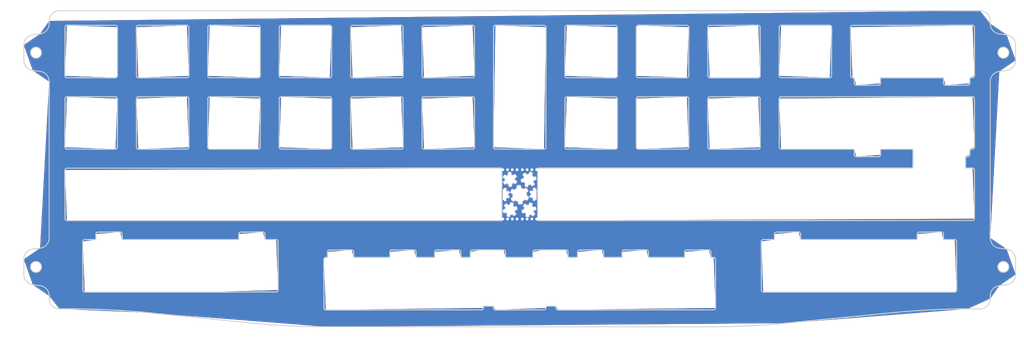
<source format=kicad_pcb>
(kicad_pcb (version 20221018) (generator pcbnew)
  (layers (0 "F.Cu" signal) (31 "B.Cu" signal) (34 "B.Paste" user) (35 "F.Paste" user) (36 "B.SilkS" user "B.Silkscreen") (37 "F.SilkS" user "F.Silkscreen") (38 "B.Mask" user) (39 "F.Mask" user) (44 "Edge.Cuts" user))
  (net 0 "")
  (net 1 "GND")
  (footprint "PCM_marbastlib-various:mousebites_1mm" (layer "F.Cu") (at 145.032437 103.650425 90)
    (fp_text reference "REF**" hide)
    (fp_text value "mousebites 1mm" hide)
    (pad "" np_thru_hole circle (at 0.25 -1.905 90) (size 0.75 0.75) (drill 0.75) (layers "*.Cu" "*.Mask"))
    (pad "" np_thru_hole circle (at 0.25 -0.635 90) (size 0.75 0.75) (drill 0.75) (layers "*.Cu" "*.Mask"))
    (pad "" np_thru_hole circle (at 0.25 0.635 90) (size 0.75 0.75) (drill 0.75) (layers "*.Cu" "*.Mask"))
    (pad "" np_thru_hole circle (at 0.25 1.905 90) (size 0.75 0.75) (drill 0.75) (layers "*.Cu" "*.Mask"))
  )
  (footprint "PCM_marbastlib-various:mousebites_1mm" (layer "F.Cu") (at 150.24485 103.650425 90)
    (fp_text reference "REF**" hide)
    (fp_text value "mousebites 1mm" hide)
    (pad "" np_thru_hole circle (at 0.25 -1.905 90) (size 0.75 0.75) (drill 0.75) (layers "*.Cu" "*.Mask"))
    (pad "" np_thru_hole circle (at 0.25 -0.635 90) (size 0.75 0.75) (drill 0.75) (layers "*.Cu" "*.Mask"))
    (pad "" np_thru_hole circle (at 0.25 0.635 90) (size 0.75 0.75) (drill 0.75) (layers "*.Cu" "*.Mask"))
    (pad "" np_thru_hole circle (at 0.25 1.905 90) (size 0.75 0.75) (drill 0.75) (layers "*.Cu" "*.Mask"))
  )
  (footprint "PCM_marbastlib-various:mousebites_1mm" (layer "F.Cu") (at 150.248547 89.998882 -90)
    (fp_text reference "REF**" hide)
    (fp_text value "mousebites 1mm" hide)
    (pad "" np_thru_hole circle (at 0.25 -1.905 270) (size 0.75 0.75) (drill 0.75) (layers "*.Cu" "*.Mask"))
    (pad "" np_thru_hole circle (at 0.25 -0.635 270) (size 0.75 0.75) (drill 0.75) (layers "*.Cu" "*.Mask"))
    (pad "" np_thru_hole circle (at 0.25 0.635 270) (size 0.75 0.75) (drill 0.75) (layers "*.Cu" "*.Mask"))
    (pad "" np_thru_hole circle (at 0.25 1.905 270) (size 0.75 0.75) (drill 0.75) (layers "*.Cu" "*.Mask"))
  )
  (footprint "PCM_marbastlib-various:mousebites_1mm" (layer "F.Cu") (at 145.021329 90.008463 -90)
    (fp_text reference "REF**" hide)
    (fp_text value "mousebites 1mm" hide)
    (pad "" np_thru_hole circle (at 0.25 -1.905 270) (size 0.75 0.75) (drill 0.75) (layers "*.Cu" "*.Mask"))
    (pad "" np_thru_hole circle (at 0.25 -0.635 270) (size 0.75 0.75) (drill 0.75) (layers "*.Cu" "*.Mask"))
    (pad "" np_thru_hole circle (at 0.25 0.635 270) (size 0.75 0.75) (drill 0.75) (layers "*.Cu" "*.Mask"))
    (pad "" np_thru_hole circle (at 0.25 1.905 270) (size 0.75 0.75) (drill 0.75) (layers "*.Cu" "*.Mask"))
  )
  (gr_line (start 31.099501 109.381256) (end 31.099501 122.381259) (stroke (width 0.25)) (layer "Edge.Cuts"))
  (gr_line (start 159.6875 84.28125) (end 159.6875 71.28125) (stroke (width 0.25)) (layer "Edge.Cuts"))
  (gr_line (start 267.052507 127.381052) (end 270.3875 127.381056) (stroke (width 0.25)) (layer "Edge.Cuts"))
  (gr_line (start 199.38124 113.643744) (end 198.621769 113.643744) (stroke (width 0.25)) (layer "Edge.Cuts"))
  (gr_curve (pts (xy 131.94679 112.1439) (xy 131.94679 111.867754) (xy 131.722924 111.643887) (xy 131.446778 111.643887)) (stroke (width 0.25)) (layer "Edge.Cuts"))
  (gr_curve (pts (xy 121.5875 65.23125) (xy 121.5875 65.507393) (xy 121.811358 65.73125) (xy 122.0875 65.73125)) (stroke (width 0.25)) (layer "Edge.Cuts"))
  (gr_line (start 160.521769 113.643744) (end 160.521769 112.1439) (stroke (width 0.25)) (layer "Edge.Cuts"))
  (gr_line (start 163.046787 112.1439) (end 163.046787 113.643744) (stroke (width 0.25)) (layer "Edge.Cuts"))
  (gr_curve (pts (xy 26.3375 52.23125) (xy 26.3375 51.955108) (xy 26.561358 51.73125) (xy 26.8375 51.73125)) (stroke (width 0.25)) (layer "Edge.Cuts"))
  (gr_curve (pts (xy 236.865515 67.230879) (xy 236.865515 67.507025) (xy 237.089382 67.730891) (xy 237.365528 67.730891)) (stroke (width 0.25)) (layer "Edge.Cuts"))
  (gr_line (start 103.371317 113.643744) (end 103.371317 112.1439) (stroke (width 0.25)) (layer "Edge.Cuts"))
  (gr_curve (pts (xy 179.2375 70.78125) (xy 178.961358 70.78125) (xy 178.7375 71.005108) (xy 178.7375 71.28125)) (stroke (width 0.25)) (layer "Edge.Cuts"))
  (gr_curve (pts (xy 26.8375 84.78125) (xy 26.561358 84.78125) (xy 26.3375 84.557393) (xy 26.3375 84.28125)) (stroke (width 0.25)) (layer "Edge.Cuts"))
  (gr_line (start 124.946787 113.643744) (end 120.008781 113.643744) (stroke (width 0.25)) (layer "Edge.Cuts"))
  (gr_line (start 154.1375 84.78125) (end 141.1375 84.78125) (stroke (width 0.25)) (layer "Edge.Cuts"))
  (gr_line (start 143.353028 111.643887) (end 140.971778 111.643887) (stroke (width 0.25)) (layer "Edge.Cuts"))
  (gr_line (start 243.865519 67.230879) (end 243.865519 65.73125) (stroke (width 0.25)) (layer "Edge.Cuts"))
  (gr_line (start 211.7875 84.28125) (end 211.7875 71.28125) (stroke (width 0.25)) (layer "Edge.Cuts"))
  (gr_curve (pts (xy 216.837496 84.281259) (xy 216.837496 84.557384) (xy 217.061362 84.78125) (xy 217.337508 84.78125)) (stroke (width 0.25)) (layer "Edge.Cuts"))
  (gr_line (start 179.2375 84.78125) (end 192.2375 84.78125) (stroke (width 0.25)) (layer "Edge.Cuts"))
  (gr_line (start 215.574998 107.381249) (end 215.574998 108.881244) (stroke (width 0.25)) (layer "Edge.Cuts"))
  (gr_curve (pts (xy 230.3375 51.73125) (xy 230.613643 51.73125) (xy 230.8375 51.955108) (xy 230.8375 52.23125)) (stroke (width 0.25)) (layer "Edge.Cuts"))
  (gr_line (start 96.9875 84.78125) (end 83.9875 84.78125) (stroke (width 0.25)) (layer "Edge.Cuts"))
  (gr_line (start 17.79036 63.792451) (end 19.722641 64.029705) (stroke (width 0.25)) (layer "Edge.Cuts"))
  (gr_curve (pts (xy 216.07501 106.881258) (xy 215.798864 106.881258) (xy 215.574998 107.105103) (xy 215.574998 107.381249)) (stroke (width 0.25)) (layer "Edge.Cuts"))
  (gr_line (start 103.0375 65.73125) (end 116.0375 65.73125) (stroke (width 0.25)) (layer "Edge.Cuts"))
  (gr_line (start 26.3375 65.23125) (end 26.3375 52.23125) (stroke (width 0.25)) (layer "Edge.Cuts"))
  (gr_line (start 122.0875 84.78125) (end 135.0875 84.78125) (stroke (width 0.25)) (layer "Edge.Cuts"))
  (gr_curve (pts (xy 22.1375 108.453293) (xy 22.1375 109.842469) (xy 21.101462 111.013497) (xy 19.722641 111.182795)) (stroke (width 0.25)) (layer "Edge.Cuts"))
  (gr_line (start 179.2375 51.73125) (end 192.2375 51.73125) (stroke (width 0.25)) (layer "Edge.Cuts"))
  (gr_line (start 19.722641 111.182795) (end 17.79036 111.42005) (stroke (width 0.25)) (layer "Edge.Cuts"))
  (gr_curve (pts (xy 64.4375 71.28125) (xy 64.4375 71.005108) (xy 64.661358 70.78125) (xy 64.9375 70.78125)) (stroke (width 0.25)) (layer "Edge.Cuts"))
  (gr_line (start 260.675001 108.881244) (end 260.675001 107.381249) (stroke (width 0.25)) (layer "Edge.Cuts"))
  (gr_line (start 252.556246 84.78125) (end 252.556246 89.831244) (stroke (width 0.25)) (layer "Edge.Cuts"))
  (gr_line (start 116.5375 84.28125) (end 116.5375 71.28125) (stroke (width 0.25)) (layer "Edge.Cuts"))
  (gr_poly (pts (xy 145.250133 98.967453) (xy 145.262039 98.967633) (xy 145.273945 98.96815) (xy 145.285851 98.96897) (xy 145.297757 98.970057) (xy 145.32157 98.972894) (xy 145.345382 98.976382) (xy 145.393008 98.984196) (xy 145.41682 98.987963) (xy 145.440633 98.991266) (xy 145.631132 99.03889) (xy 145.654603 99.0452) (xy 145.677516 99.052161) (xy 145.700057 99.05968) (xy 145.722412 99.067664) (xy 145.813692 99.102391) (xy 145.98832 99.181766) (xy 145.996068 99.186714) (xy 146.002959 99.192607) (xy 146.009018 99.199412) (xy 146.014272 99.207098) (xy 146.018747 99.215633) (xy 146.022469 99.224984) (xy 146.025464 99.235121) (xy 146.027759 99.24601) (xy 146.030352 99.269919) (xy 146.030456 99.296457) (xy 146.028282 99.325366) (xy 146.024038 99.356391) (xy 146.017933 99.389276) (xy 146.010178 99.423767) (xy 146.000981 99.459606) (xy 145.990551 99.496538) (xy 145.966832 99.572657) (xy 145.940694 99.650079) (xy 145.922959 99.69758) (xy 145.905968 99.744337) (xy 145.897985 99.767203) (xy 145.890466 99.789605) (xy 145.883505 99.811448) (xy 145.877196 99.832641) (xy 145.898016 99.84788) (xy 145.918744 99.863771) (xy 145.939285 99.880219) (xy 145.959547 99.897133) (xy 145.979438 99.914419) (xy 145.998863 99.931983) (xy 146.01773 99.949734) (xy 146.035946 99.967578) (xy 146.059045 99.991406) (xy 146.080842 100.015328) (xy 146.101522 100.039435) (xy 146.121273 100.063821) (xy 146.140279 100.088579) (xy 146.158728 100.113803) (xy 146.176804 100.139584) (xy 146.194694 100.166016) (xy 146.215886 100.159722) (xy 146.23773 100.15287) (xy 146.282999 100.138235) (xy 146.306238 100.130824) (xy 146.329756 100.1236) (xy 146.35346 100.116748) (xy 146.377257 100.110454) (xy 146.455004 100.087293) (xy 146.493709 100.076514) (xy 146.531914 100.066549) (xy 146.569329 100.057608) (xy 146.605662 100.049899) (xy 146.640623 100.043632) (xy 146.673921 100.039016) (xy 146.705266 100.03626) (xy 146.720115 100.035646) (xy 146.734366 100.035574) (xy 146.747984 100.036073) (xy 146.760932 100.037167) (xy 146.773174 100.038884) (xy 146.784673 100.041249) (xy 146.795393 100.044288) (xy 146.805297 100.048027) (xy 146.81435 100.052494) (xy 146.822515 100.057713) (xy 146.829755 100.063711) (xy 146.836035 100.070514) (xy 146.841318 100.078149) (xy 146.845567 100.086641) (xy 146.854823 100.110113) (xy 146.864543 100.133026) (xy 146.884262 100.177922) (xy 146.893704 100.200277) (xy 146.902494 100.222819) (xy 146.906558 100.234217) (xy 146.910354 100.245732) (xy 146.913849 100.257386) (xy 146.917006 100.269203) (xy 146.925579 100.290396) (xy 146.933501 100.312239) (xy 146.940865 100.334641) (xy 146.947763 100.357508) (xy 146.95429 100.380747) (xy 146.960538 100.404265) (xy 146.972569 100.451766) (xy 146.99638 100.547018) (xy 147.012257 100.642267) (xy 147.028133 100.737517) (xy 147.03607 100.832766) (xy 147.036147 100.842302) (xy 147.034919 100.851564) (xy 147.03243 100.860558) (xy 147.028722 100.869291) (xy 147.02384 100.877769) (xy 147.017827 100.885996) (xy 147.010727 100.893979) (xy 147.002584 100.901724) (xy 146.983341 100.916521) (xy 146.960447 100.930435) (xy 146.934251 100.943512) (xy 146.905102 100.955798) (xy 146.873348 100.96734) (xy 146.839339 100.978184) (xy 146.803422 100.988377) (xy 146.765948 100.997966) (xy 146.68772 101.015515) (xy 146.607445 101.031205) (xy 146.416947 101.070892) (xy 146.409862 101.127431) (xy 146.405453 101.155672) (xy 146.400451 101.183877) (xy 146.394844 101.212037) (xy 146.388622 101.240138) (xy 146.381771 101.268169) (xy 146.374282 101.296119) (xy 146.366141 101.323975) (xy 146.357337 101.351727) (xy 146.347859 101.379363) (xy 146.337695 101.406871) (xy 146.326833 101.43424) (xy 146.315262 101.461457) (xy 146.30297 101.488511) (xy 146.289945 101.515392) (xy 146.43282 101.650329) (xy 146.492258 101.707101) (xy 146.54965 101.763686) (xy 146.576706 101.791619) (xy 146.602205 101.819156) (xy 146.625796 101.846181) (xy 146.647132 101.872579) (xy 146.665863 101.898232) (xy 146.674143 101.910744) (xy 146.681641 101.923026) (xy 146.688314 101.935063) (xy 146.694117 101.946842) (xy 146.699008 101.958348) (xy 146.702942 101.969565) (xy 146.705877 101.980481) (xy 146.707767 101.99108) (xy 146.708571 102.001347) (xy 146.708244 102.011268) (xy 146.706743 102.020829) (xy 146.704024 102.030015) (xy 146.700043 102.038812) (xy 146.694757 102.047204) (xy 146.634977 102.124347) (xy 146.604622 102.162453) (xy 146.573709 102.200001) (xy 146.542052 102.236805) (xy 146.509465 102.272679) (xy 146.492764 102.290209) (xy 146.475761 102.307436) (xy 146.458433 102.324338) (xy 146.440755 102.340892) (xy 146.297881 102.467892) (xy 146.277385 102.48276) (xy 146.257449 102.497534) (xy 146.218505 102.526431) (xy 146.199127 102.540368) (xy 146.179562 102.55384) (xy 146.159625 102.566754) (xy 146.149459 102.572973) (xy 146.13913 102.579017) (xy 146.130063 102.582883) (xy 146.120723 102.585577) (xy 146.111119 102.587133) (xy 146.101258 102.58759) (xy 146.091146 102.586983) (xy 146.080792 102.585348) (xy 146.070203 102.582722) (xy 146.059385 102.579141) (xy 146.048346 102.574641) (xy 146.037094 102.56926) (xy 146.013977 102.555995) (xy 145.990093 102.539637) (xy 145.965499 102.520478) (xy 145.940255 102.498807) (xy 145.914417 102.474915) (xy 145.888044 102.449093) (xy 145.861195 102.421631) (xy 145.806299 102.362952) (xy 145.750194 102.301204) (xy 145.623194 102.158329) (xy 145.569259 102.181009) (xy 145.542041 102.191483) (xy 145.514672 102.201364) (xy 145.487164 102.210641) (xy 145.459528 102.219301) (xy 145.431776 102.227333) (xy 145.403919 102.234726) (xy 145.375969 102.241468) (xy 145.347938 102.247547) (xy 145.319837 102.252952) (xy 145.291678 102.257671) (xy 145.263473 102.261692) (xy 145.235233 102.265004) (xy 145.206969 102.267595) (xy 145.178694 102.269453) (xy 145.131068 102.459953) (xy 145.110139 102.539886) (xy 145.0995 102.579038) (xy 145.088652 102.617214) (xy 145.077524 102.654088) (xy 145.066048 102.689334) (xy 145.054153 102.722627) (xy 145.04177 102.75364) (xy 145.028829 102.78205) (xy 145.022128 102.795176) (xy 145.01526 102.807529) (xy 145.008219 102.819068) (xy 145.000994 102.829752) (xy 144.993577 102.839541) (xy 144.98596 102.848395) (xy 144.978133 102.856271) (xy 144.970089 102.86313) (xy 144.961817 102.868931) (xy 144.953311 102.873634) (xy 144.94456 102.877196) (xy 144.935556 102.879579) (xy 144.926291 102.880741) (xy 144.916755 102.880641) (xy 144.904849 102.880461) (xy 144.892943 102.879943) (xy 144.881036 102.879123) (xy 144.86913 102.878036) (xy 144.845317 102.875199) (xy 144.821505 102.871711) (xy 144.773879 102.863897) (xy 144.750066 102.86013) (xy 144.726254 102.856828) (xy 144.535756 102.809202) (xy 144.512285 102.802893) (xy 144.489372 102.795932) (xy 144.466831 102.788413) (xy 144.444475 102.780429) (xy 144.353193 102.745702) (xy 144.178567 102.666327) (xy 144.170819 102.66138) (xy 144.163929 102.655487) (xy 144.15787 102.648682) (xy 144.152616 102.640996) (xy 144.148141 102.632461) (xy 144.144419 102.623109) (xy 144.141424 102.612973) (xy 144.139129 102.602083) (xy 144.136536 102.578174) (xy 144.136431 102.551637) (xy 144.138606 102.522728) (xy 144.14285 102.491703) (xy 144.148954 102.458817) (xy 144.15671 102.424327) (xy 144.165907 102.388488) (xy 144.176336 102.351556) (xy 144.200056 102.275437) (xy 144.226193 102.198016) (xy 144.243927 102.150514) (xy 144.260918 102.103757) (xy 144.268902 102.08089) (xy 144.276421 102.058489) (xy 144.283382 102.036645) (xy 144.289692 102.015453) (xy 144.268871 102.000213) (xy 144.248144 101.984323) (xy 144.227602 101.967874) (xy 144.20734 101.950961) (xy 144.18745 101.933675) (xy 144.168025 101.91611) (xy 144.149158 101.898359) (xy 144.130942 101.880515) (xy 144.107843 101.856687) (xy 144.086046 101.832766) (xy 144.065365 101.808659) (xy 144.045614 101.784273) (xy 144.026608 101.759514) (xy 144.008159 101.734291) (xy 143.990082 101.70851) (xy 143.972192 101.682078) (xy 143.950999 101.688372) (xy 143.929156 101.695224) (xy 143.883888 101.709859) (xy 143.860649 101.717269) (xy 143.837131 101.724494) (xy 143.813427 101.731346) (xy 143.789631 101.73764) (xy 143.711883 101.760802) (xy 143.673178 101.77158) (xy 143.634973 101.781545) (xy 143.597559 101.790486) (xy 143.561226 101.798195) (xy 143.526265 101.804462) (xy 143.492967 101.809078) (xy 143.461622 101.811833) (xy 143.446772 101.812448) (xy 143.432521 101.812519) (xy 143.418903 101.812021) (xy 143.405954 101.810926) (xy 143.393713 101.80921) (xy 143.382214 101.806845) (xy 143.371494 101.803806) (xy 143.361589 101.800066) (xy 143.352536 101.7956) (xy 143.344371 101.790381) (xy 143.33713 101.784382) (xy 143.33085 101.777579) (xy 143.325568 101.769944) (xy 143.321318 101.761452) (xy 143.312063 101.737981) (xy 143.302343 101.715068) (xy 143.282624 101.670171) (xy 143.273183 101.647816) (xy 143.264393 101.625275) (xy 143.260329 101.613876) (xy 143.256533 101.602362) (xy 143.253039 101.590707) (xy 143.249882 101.57889) (xy 143.241308 101.557698) (xy 143.233386 101.535854) (xy 143.226022 101.513452) (xy 143.219123 101.490585) (xy 143.212597 101.467346) (xy 143.206349 101.443828) (xy 143.194318 101.396327) (xy 143.170508 101.301077) (xy 143.15463 101.205828) (xy 143.138755 101.110577) (xy 143.130817 101.015328) (xy 143.13074 101.005793) (xy 143.131968 100.996531) (xy 143.134458 100.987536) (xy 143.138166 100.978803) (xy 143.143048 100.970326) (xy 143.14906 100.962099) (xy 143.15616 100.954116) (xy 143.164303 100.946371) (xy 143.183546 100.931573) (xy 143.20644 100.91766) (xy 143.232636 100.904583) (xy 143.261786 100.892297) (xy 143.293539 100.880755) (xy 143.327549 100.869911) (xy 143.363465 100.859718) (xy 143.40094 100.850129) (xy 143.479168 100.83258) (xy 143.559442 100.816891) (xy 143.74994 100.777203) (xy 143.757026 100.720664) (xy 143.761435 100.692423) (xy 143.766437 100.664218) (xy 143.772043 100.636058) (xy 143.778266 100.607957) (xy 143.785116 100.579926) (xy 143.792606 100.551976) (xy 143.800747 100.52412) (xy 143.809551 100.496367) (xy 143.819029 100.468732) (xy 143.829193 100.441224) (xy 143.840055 100.413855) (xy 143.851626 100.386638) (xy 143.863918 100.359583) (xy 143.876942 100.332703) (xy 143.734067 100.197766) (xy 143.674629 100.140994) (xy 143.617238 100.084408) (xy 143.590181 100.056476) (xy 143.564683 100.028939) (xy 143.541091 100.001913) (xy 143.519756 99.975516) (xy 143.501024 99.949862) (xy 143.492744 99.937351) (xy 143.485246 99.925069) (xy 143.478574 99.913032) (xy 143.47277 99.901253) (xy 143.46788 99.889747) (xy 143.463945 99.878529) (xy 143.461011 99.867614) (xy 143.45912 99.857015) (xy 143.458316 99.846748) (xy 143.458643 99.836826) (xy 143.460145 99.827265) (xy 143.462864 99.818079) (xy 143.466845 99.809283) (xy 143.472131 99.80089) (xy 143.53191 99.723748) (xy 143.562265 99.685642) (xy 143.593178 99.648094) (xy 143.624835 99.61129) (xy 143.657422 99.575416) (xy 143.674123 99.557886) (xy 143.691126 99.540659) (xy 143.708455 99.523756) (xy 143.726132 99.507203) (xy 143.869005 99.380203) (xy 143.889501 99.365336) (xy 143.909438 99.350562) (xy 143.948381 99.321664) (xy 143.967759 99.307727) (xy 143.987323 99.294255) (xy 144.00726 99.281341) (xy 144.017426 99.275122) (xy 144.027755 99.269078) (xy 144.036823 99.265211) (xy 144.046163 99.262518) (xy 144.055767 99.260961) (xy 144.065628 99.260505) (xy 144.07574 99.261112) (xy 144.086094 99.262747) (xy 144.096684 99.265373) (xy 144.107502 99.268954) (xy 144.118541 99.273453) (xy 144.129793 99.278835) (xy 144.15291 99.2921) (xy 144.176795 99.308458) (xy 144.201388 99.327617) (xy 144.226633 99.349288) (xy 144.252471 99.37318) (xy 144.278843 99.399003) (xy 144.305693 99.426464) (xy 144.360589 99.485143) (xy 144.416694 99.546891) (xy 144.543693 99.689766) (xy 144.597629 99.667086) (xy 144.624846 99.656612) (xy 144.652215 99.64673) (xy 144.679723 99.637454) (xy 144.707359 99.628794) (xy 144.735111 99.620761) (xy 144.762968 99.613368) (xy 144.790917 99.606626) (xy 144.818949 99.600547) (xy 144.847049 99.595143) (xy 144.875208 99.590424) (xy 144.903414 99.586403) (xy 144.931654 99.583091) (xy 144.959918 99.5805) (xy 144.988193 99.578642) (xy 145.035819 99.388141) (xy 145.056748 99.308208) (xy 145.067388 99.269055) (xy 145.078236 99.230879) (xy 145.089363 99.194005) (xy 145.100839 99.158759) (xy 145.112734 99.125467) (xy 145.125117 99.094453) (xy 145.138058 99.066044) (xy 145.14476 99.052918) (xy 145.151627 99.040565) (xy 145.158669 99.029026) (xy 145.165894 99.018341) (xy 145.173311 99.008552) (xy 145.180928 98.999699) (xy 145.188754 98.991823) (xy 145.196799 98.984964) (xy 145.20507 98.979163) (xy 145.213577 98.97446) (xy 145.222328 98.970897) (xy 145.231332 98.968515) (xy 145.240597 98.967353)) (stroke (width 0.1)) (fill none) (layer "Edge.Cuts"))
  (gr_curve (pts (xy 197.7875 65.23125) (xy 197.7875 65.507393) (xy 198.011358 65.73125) (xy 198.2875 65.73125)) (stroke (width 0.25)) (layer "Edge.Cuts"))
  (gr_curve (pts (xy 15.3755 118.212949) (xy 15.3755 119.602124) (xy 16.411539 120.773153) (xy 17.79036 120.942451)) (stroke (width 0.25)) (layer "Edge.Cuts"))
  (gr_curve (pts (xy 160.521769 112.1439) (xy 160.521769 111.867754) (xy 160.297924 111.643887) (xy 160.021778 111.643887)) (stroke (width 0.25)) (layer "Edge.Cuts"))
  (gr_curve (pts (xy 211.2875 84.78125) (xy 211.563643 84.78125) (xy 211.7875 84.557393) (xy 211.7875 84.28125)) (stroke (width 0.25)) (layer "Edge.Cuts"))
  (gr_line (start 163.046787 113.643744) (end 160.521769 113.643744) (stroke (width 0.25)) (layer "Edge.Cuts"))
  (gr_line (start 277.484294 111.42005) (end 275.55236 111.182838) (stroke (width 0.25)) (layer "Edge.Cuts"))
  (gr_curve (pts (xy 279.899154 114.149552) (xy 279.899154 112.760376) (xy 278.863115 111.589348) (xy 277.484294 111.42005)) (stroke (width 0.25)) (layer "Edge.Cuts"))
  (gr_curve (pts (xy 151.640528 111.643887) (xy 151.364382 111.643887) (xy 151.140537 111.867754) (xy 151.140537 112.1439)) (stroke (width 0.25)) (layer "Edge.Cuts"))
  (gr_line (start 243.865519 86.280879) (end 243.865519 84.78125) (stroke (width 0.25)) (layer "Edge.Cuts"))
  (gr_line (start 268.937503 65.231259) (end 268.937503 52.231256) (stroke (width 0.25)) (layer "Edge.Cuts"))
  (gr_line (start 279.899154 118.212949) (end 279.899154 114.149552) (stroke (width 0.25)) (layer "Edge.Cuts"))
  (gr_line (start 64.4375 65.23125) (end 64.4375 52.23125) (stroke (width 0.25)) (layer "Edge.Cuts"))
  (gr_line (start 113.008777 112.1439) (end 113.008777 113.643744) (stroke (width 0.25)) (layer "Edge.Cuts"))
  (gr_line (start 237.365528 86.780891) (end 243.365528 86.780891) (stroke (width 0.25)) (layer "Edge.Cuts"))
  (gr_line (start 64.4375 84.28125) (end 64.4375 71.28125) (stroke (width 0.25)) (layer "Edge.Cuts"))
  (gr_curve (pts (xy 83.4875 71.28125) (xy 83.4875 71.005108) (xy 83.711358 70.78125) (xy 83.9875 70.78125)) (stroke (width 0.25)) (layer "Edge.Cuts"))
  (gr_curve (pts (xy 178.7375 52.23125) (xy 178.7375 51.955108) (xy 178.961358 51.73125) (xy 179.2375 51.73125)) (stroke (width 0.25)) (layer "Edge.Cuts"))
  (gr_line (start 154.637503 127.143759) (end 154.637503 126.643897) (stroke (width 0.25)) (layer "Edge.Cuts"))
  (gr_curve (pts (xy 45.3875 65.23125) (xy 45.3875 65.507393) (xy 45.611358 65.73125) (xy 45.8875 65.73125)) (stroke (width 0.25)) (layer "Edge.Cuts"))
  (gr_line (start 64.9375 70.78125) (end 77.9375 70.78125) (stroke (width 0.25)) (layer "Edge.Cuts"))
  (gr_curve (pts (xy 243.365528 86.780891) (xy 243.641674 86.780891) (xy 243.865519 86.557025) (xy 243.865519 86.280879)) (stroke (width 0.25)) (layer "Edge.Cuts"))
  (gr_line (start 197.7875 71.28125) (end 197.7875 84.28125) (stroke (width 0.25)) (layer "Edge.Cuts"))
  (gr_curve (pts (xy 83.9875 84.78125) (xy 83.711358 84.78125) (xy 83.4875 84.557393) (xy 83.4875 84.28125)) (stroke (width 0.25)) (layer "Edge.Cuts"))
  (gr_curve (pts (xy 154.6375 84.28125) (xy 154.6375 84.557393) (xy 154.413643 84.78125) (xy 154.1375 84.78125)) (stroke (width 0.25)) (layer "Edge.Cuts"))
  (gr_curve (pts (xy 230.8375 65.23125) (xy 230.8375 65.507393) (xy 230.613643 65.73125) (xy 230.3375 65.73125)) (stroke (width 0.25)) (layer "Edge.Cuts"))
  (gr_line (start 266.556253 89.831244) (end 266.556253 86.780891) (stroke (width 0.25)) (layer "Edge.Cuts"))
  (gr_curve (pts (xy 268.937503 52.231256) (xy 268.937503 51.95511) (xy 268.713636 51.731244) (xy 268.43749 51.731244)) (stroke (width 0.25)) (layer "Edge.Cuts"))
  (gr_line (start 260.17501 106.881258) (end 254.174989 106.881258) (stroke (width 0.25)) (layer "Edge.Cuts"))
  (gr_line (start 63.649495 108.881244) (end 50.649492 108.881244) (stroke (width 0.25)) (layer "Edge.Cuts"))
  (gr_line (start 157.640528 111.643887) (end 154.021778 111.643887) (stroke (width 0.25)) (layer "Edge.Cuts"))
  (gr_curve (pts (xy 17.79036 54.27005) (xy 16.411539 54.439348) (xy 15.3755 55.610376) (xy 15.3755 56.999552)) (stroke (width 0.25)) (layer "Edge.Cuts"))
  (gr_line (start 230.8375 52.23125) (end 230.8375 65.23125) (stroke (width 0.25)) (layer "Edge.Cuts"))
  (gr_line (start 135.5875 84.28125) (end 135.5875 71.28125) (stroke (width 0.25)) (layer "Edge.Cuts"))
  (gr_curve (pts (xy 243.365528 67.730891) (xy 243.641674 67.730891) (xy 243.865519 67.507025) (xy 243.865519 67.230879)) (stroke (width 0.25)) (layer "Edge.Cuts"))
  (gr_curve (pts (xy 73.199493 106.881258) (xy 72.923347 106.881258) (xy 72.699502 107.105103) (xy 72.699502 107.381249)) (stroke (width 0.25)) (layer "Edge.Cuts"))
  (gr_line (start 231.625008 122.88125) (end 244.62499 122.88125) (stroke (width 0.25)) (layer "Edge.Cuts"))
  (gr_line (start 59.3875 84.28125) (end 59.3875 71.28125) (stroke (width 0.25)) (layer "Edge.Cuts"))
  (gr_line (start 230.3375 65.73125) (end 217.3375 65.73125) (stroke (width 0.25)) (layer "Edge.Cuts"))
  (gr_curve (pts (xy 135.0875 84.78125) (xy 135.363643 84.78125) (xy 135.5875 84.557393) (xy 135.5875 84.28125)) (stroke (width 0.25)) (layer "Edge.Cuts"))
  (gr_line (start 267.678019 86.280879) (end 267.678019 84.78125) (stroke (width 0.25)) (layer "Edge.Cuts"))
  (gr_line (start 152.4 103.83125) (end 152.4 89.831244) (stroke (width 0.25)) (layer "Edge.Cuts"))
  (gr_curve (pts (xy 97.4875 65.23125) (xy 97.4875 65.507393) (xy 97.263643 65.73125) (xy 96.9875 65.73125)) (stroke (width 0.25)) (layer "Edge.Cuts"))
  (gr_curve (pts (xy 199.881253 114.143756) (xy 199.881253 113.86761) (xy 199.657386 113.643744) (xy 199.38124 113.643744)) (stroke (width 0.25)) (layer "Edge.Cuts"))
  (gr_line (start 45.8875 84.78125) (end 58.8875 84.78125) (stroke (width 0.25)) (layer "Edge.Cuts"))
  (gr_line (start 83.4875 84.28125) (end 83.4875 71.28125) (stroke (width 0.25)) (layer "Edge.Cuts"))
  (gr_line (start 253.674998 108.881244) (end 244.62499 108.881244) (stroke (width 0.25)) (layer "Edge.Cuts"))
  (gr_line (start 47.958993 128.355792) (end 76.400128 131.171934) (stroke (width 0.25)) (layer "Edge.Cuts"))
  (gr_curve (pts (xy 173.6875 84.28125) (xy 173.6875 84.557393) (xy 173.463643 84.78125) (xy 173.1875 84.78125)) (stroke (width 0.25)) (layer "Edge.Cuts"))
  (gr_circle (center 276.649154 59.03125) (end 278.099154 59.03125) (stroke (width 0.25)) (fill none) (layer "Edge.Cuts"))
  (gr_curve (pts (xy 95.393746 127.143759) (xy 95.393746 127.419884) (xy 95.617612 127.64375) (xy 95.893758 127.64375)) (stroke (width 0.25)) (layer "Edge.Cuts"))
  (gr_line (start 266.556253 86.780891) (end 267.178028 86.780891) (stroke (width 0.25)) (layer "Edge.Cuts"))
  (gr_line (start 173.1875 84.78125) (end 160.1875 84.78125) (stroke (width 0.25)) (layer "Edge.Cuts"))
  (gr_line (start 273.1375 51.303336) (end 273.1375 50.58125) (stroke (width 0.25)) (layer "Edge.Cuts"))
  (gr_curve (pts (xy 116.0375 84.78125) (xy 116.313643 84.78125) (xy 116.5375 84.557393) (xy 116.5375 84.28125)) (stroke (width 0.25)) (layer "Edge.Cuts"))
  (gr_line (start 15.3755 56.999552) (end 15.3755 61.062949) (stroke (width 0.25)) (layer "Edge.Cuts"))
  (gr_line (start 173.1875 65.73125) (end 160.1875 65.73125) (stroke (width 0.25)) (layer "Edge.Cuts"))
  (gr_curve (pts (xy 137.46874 127.64375) (xy 137.744886 127.64375) (xy 137.968753 127.419884) (xy 137.968753 127.143759)) (stroke (width 0.25)) (layer "Edge.Cuts"))
  (gr_curve (pts (xy 160.1875 65.73125) (xy 159.911358 65.73125) (xy 159.6875 65.507393) (xy 159.6875 65.23125)) (stroke (width 0.25)) (layer "Edge.Cuts"))
  (gr_curve (pts (xy 141.1375 84.78125) (xy 140.861358 84.78125) (xy 140.6375 84.557393) (xy 140.6375 84.28125)) (stroke (width 0.25)) (layer "Edge.Cuts"))
  (gr_line (start 198.2875 84.78125) (end 211.2875 84.78125) (stroke (width 0.25)) (layer "Edge.Cuts"))
  (gr_curve (pts (xy 102.5375 65.23125) (xy 102.5375 65.507393) (xy 102.761358 65.73125) (xy 103.0375 65.73125)) (stroke (width 0.25)) (layer "Edge.Cuts"))
  (gr_line (start 243.865519 65.73125) (end 260.678015 65.73125) (stroke (width 0.25)) (layer "Edge.Cuts"))
  (gr_line (start 58.8875 51.73125) (end 45.8875 51.73125) (stroke (width 0.25)) (layer "Edge.Cuts"))
  (gr_curve (pts (xy 199.197493 132.14375) (xy 205.768616 132.14375) (xy 212.335734 131.819416) (xy 218.874879 131.171933)) (stroke (width 0.25)) (layer "Edge.Cuts"))
  (gr_line (start 122.0875 65.73125) (end 135.0875 65.73125) (stroke (width 0.25)) (layer "Edge.Cuts"))
  (gr_curve (pts (xy 268.43749 65.73125) (xy 268.713636 65.73125) (xy 268.937503 65.507384) (xy 268.937503 65.231259)) (stroke (width 0.25)) (layer "Edge.Cuts"))
  (gr_line (start 59.3875 65.23125) (end 59.3875 52.23125) (stroke (width 0.25)) (layer "Edge.Cuts"))
  (gr_line (start 137.353028 111.643887) (end 134.971778 111.643887) (stroke (width 0.25)) (layer "Edge.Cuts"))
  (gr_line (start 170.04679 113.643744) (end 170.04679 112.1439) (stroke (width 0.25)) (layer "Edge.Cuts"))
  (gr_line (start 102.871326 111.643887) (end 96.871326 111.643887) (stroke (width 0.25)) (layer "Edge.Cuts"))
  (gr_curve (pts (xy 277.484294 63.792451) (xy 278.863115 63.623153) (xy 279.899154 62.452124) (xy 279.899154 61.062949)) (stroke (width 0.25)) (layer "Edge.Cuts"))
  (gr_curve (pts (xy 154.1375 51.73125) (xy 154.413643 51.73125) (xy 154.6375 51.955108) (xy 154.6375 52.23125)) (stroke (width 0.25)) (layer "Edge.Cuts"))
  (gr_curve (pts (xy 76.400128 131.171934) (xy 82.939269 131.819417) (xy 89.506382 132.14375) (xy 96.077501 132.14375)) (stroke (width 0.25)) (layer "Edge.Cuts"))
  (gr_line (start 237.365528 67.730891) (end 243.365528 67.730891) (stroke (width 0.25)) (layer "Edge.Cuts"))
  (gr_line (start 83.9875 70.78125) (end 96.9875 70.78125) (stroke (width 0.25)) (layer "Edge.Cuts"))
  (gr_line (start 141.1375 51.73125) (end 154.1375 51.73125) (stroke (width 0.25)) (layer "Edge.Cuts"))
  (gr_line (start 22.1375 66.759207) (end 22.1375 108.453293) (stroke (width 0.25)) (layer "Edge.Cuts"))
  (gr_curve (pts (xy 216.8375 52.23125) (xy 216.8375 51.955108) (xy 217.061358 51.73125) (xy 217.3375 51.73125)) (stroke (width 0.25)) (layer "Edge.Cuts"))
  (gr_line (start 83.4875 65.23125) (end 83.4875 52.23125) (stroke (width 0.25)) (layer "Edge.Cuts"))
  (gr_line (start 222.07501 106.881258) (end 216.07501 106.881258) (stroke (width 0.25)) (layer "Edge.Cuts"))
  (gr_line (start 267.678019 65.73125) (end 268.43749 65.73125) (stroke (width 0.25)) (layer "Edge.Cuts"))
  (gr_curve (pts (xy 58.8875 84.78125) (xy 59.163643 84.78125) (xy 59.3875 84.557393) (xy 59.3875 84.28125)) (stroke (width 0.25)) (layer "Edge.Cuts"))
  (gr_line (start 174.953015 112.1439) (end 174.953015 113.643744) (stroke (width 0.25)) (layer "Edge.Cuts"))
  (gr_curve (pts (xy 268.437318 103.83125) (xy 268.713464 103.83125) (xy 268.93733 103.607384) (xy 268.93733 103.331259)) (stroke (width 0.25)) (layer "Edge.Cuts"))
  (gr_curve (pts (xy 247.316001 128.35579) (xy 253.874793 127.706361) (xy 260.461642 127.381052) (xy 267.052507 127.381052)) (stroke (width 0.25)) (layer "Edge.Cuts"))
  (gr_curve (pts (xy 279.899154 56.999552) (xy 279.899154 55.610376) (xy 278.863115 54.439348) (xy 277.484294 54.27005)) (stroke (width 0.25)) (layer "Edge.Cuts"))
  (gr_curve (pts (xy 24.8875 47.83125) (xy 23.368717 47.83125) (xy 22.1375 49.062467) (xy 22.1375 50.58125)) (stroke (width 0.25)) (layer "Edge.Cuts"))
  (gr_curve (pts (xy 31.099501 122.381259) (xy 31.099501 122.657384) (xy 31.323367 122.88125) (xy 31.599513 122.88125)) (stroke (width 0.25)) (layer "Edge.Cuts"))
  (gr_line (start 222.575001 108.881244) (end 222.575001 107.381249) (stroke (width 0.25)) (layer "Edge.Cuts"))
  (gr_line (start 181.953019 113.643744) (end 181.953019 112.1439) (stroke (width 0.25)) (layer "Edge.Cuts"))
  (gr_curve (pts (xy 64.9375 65.73125) (xy 64.661358 65.73125) (xy 64.4375 65.507393) (xy 64.4375 65.23125)) (stroke (width 0.25)) (layer "Edge.Cuts"))
  (gr_line (start 268.43749 51.731244) (end 236.387508 51.731244) (stroke (width 0.25)) (layer "Edge.Cuts"))
  (gr_line (start 137.968753 127.143759) (end 137.968753 126.643897) (stroke (width 0.25)) (layer "Edge.Cuts"))
  (gr_curve (pts (xy 116.5375 52.23125) (xy 116.5375 51.955108) (xy 116.313643 51.73125) (xy 116.0375 51.73125)) (stroke (width 0.25)) (layer "Edge.Cuts"))
  (gr_curve (pts (xy 211.7875 52.23125) (xy 211.7875 51.955108) (xy 211.563643 51.73125) (xy 211.2875 51.73125)) (stroke (width 0.25)) (layer "Edge.Cuts"))
  (gr_curve (pts (xy 135.5875 52.23125) (xy 135.5875 51.955108) (xy 135.363643 51.73125) (xy 135.0875 51.73125)) (stroke (width 0.25)) (layer "Edge.Cuts"))
  (gr_curve (pts (xy 103.0375 70.78125) (xy 102.761358 70.78125) (xy 102.5375 71.005108) (xy 102.5375 71.28125)) (stroke (width 0.25)) (layer "Edge.Cuts"))
  (gr_line (start 103.0375 84.78125) (end 116.0375 84.78125) (stroke (width 0.25)) (layer "Edge.Cuts"))
  (gr_line (start 244.62499 108.881244) (end 231.625008 108.881244) (stroke (width 0.25)) (layer "Edge.Cuts"))
  (gr_line (start 169.546778 111.643887) (end 163.546778 111.643887) (stroke (width 0.25)) (layer "Edge.Cuts"))
  (gr_curve (pts (xy 192.2375 51.73125) (xy 192.513643 51.73125) (xy 192.7375 51.955108) (xy 192.7375 52.23125)) (stroke (width 0.25)) (layer "Edge.Cuts"))
  (gr_curve (pts (xy 163.546778 111.643887) (xy 163.270632 111.643887) (xy 163.046787 111.867754) (xy 163.046787 112.1439)) (stroke (width 0.25)) (layer "Edge.Cuts"))
  (gr_line (start 211.7875 65.23125) (end 211.7875 52.23125) (stroke (width 0.25)) (layer "Edge.Cuts"))
  (gr_curve (pts (xy 273.1375 123.909164) (xy 273.1375 122.519989) (xy 274.173539 121.34896) (xy 275.55236 121.179662)) (stroke (width 0.25)) (layer "Edge.Cuts"))
  (gr_curve (pts (xy 181.953019 112.1439) (xy 181.953019 111.867754) (xy 181.729152 111.643887) (xy 181.453028 111.643887)) (stroke (width 0.25)) (layer "Edge.Cuts"))
  (gr_line (start 151.140537 112.1439) (end 151.140537 113.643744) (stroke (width 0.25)) (layer "Edge.Cuts"))
  (gr_curve (pts (xy 135.5875 71.28125) (xy 135.5875 71.005108) (xy 135.363643 70.78125) (xy 135.0875 70.78125)) (stroke (width 0.25)) (layer "Edge.Cuts"))
  (gr_curve (pts (xy 268.93733 90.331256) (xy 268.93733 90.05511) (xy 268.713464 89.831244) (xy 268.437318 89.831244)) (stroke (width 0.25)) (layer "Edge.Cuts"))
  (gr_line (start 154.637503 126.643897) (end 157.306246 126.643897) (stroke (width 0.25)) (layer "Edge.Cuts"))
  (gr_curve (pts (xy 26.837336 89.831244) (xy 26.56119 89.831244) (xy 26.337324 90.05511) (xy 26.337324 90.331256)) (stroke (width 0.25)) (layer "Edge.Cuts"))
  (gr_line (start 58.8875 70.78125) (end 45.8875 70.78125) (stroke (width 0.25)) (layer "Edge.Cuts"))
  (gr_curve (pts (xy 179.2375 65.73125) (xy 178.961358 65.73125) (xy 178.7375 65.507393) (xy 178.7375 65.23125)) (stroke (width 0.25)) (layer "Edge.Cuts"))
  (gr_curve (pts (xy 39.8375 70.78125) (xy 40.113643 70.78125) (xy 40.3375 71.005108) (xy 40.3375 71.28125)) (stroke (width 0.25)) (layer "Edge.Cuts"))
  (gr_line (start 142.874654 89.831244) (end 26.837336 89.831244) (stroke (width 0.25)) (layer "Edge.Cuts"))
  (gr_line (start 235.887496 52.231256) (end 235.887496 65.231259) (stroke (width 0.25)) (layer "Edge.Cuts"))
  (gr_line (start 243.865519 84.78125) (end 252.556246 84.78125) (stroke (width 0.25)) (layer "Edge.Cuts"))
  (gr_line (start 137.968753 126.643897) (end 140.637496 126.643897) (stroke (width 0.25)) (layer "Edge.Cuts"))
  (gr_line (start 50.649492 122.88125) (end 63.649495 122.88125) (stroke (width 0.25)) (layer "Edge.Cuts"))
  (gr_curve (pts (xy 173.1875 51.73125) (xy 173.463643 51.73125) (xy 173.6875 51.955108) (xy 173.6875 52.23125)) (stroke (width 0.25)) (layer "Edge.Cuts"))
  (gr_curve (pts (xy 26.337324 103.331259) (xy 26.337324 103.607384) (xy 26.56119 103.83125) (xy 26.837336 103.83125)) (stroke (width 0.25)) (layer "Edge.Cuts"))
  (gr_line (start 41.099493 106.881258) (end 35.099515 106.881258) (stroke (width 0.25)) (layer "Edge.Cuts"))
  (gr_curve (pts (xy 83.4875 52.23125) (xy 83.4875 51.955108) (xy 83.711358 51.73125) (xy 83.9875 51.73125)) (stroke (width 0.25)) (layer "Edge.Cuts"))
  (gr_curve (pts (xy 39.8375 51.73125) (xy 40.113643 51.73125) (xy 40.3375 51.955108) (xy 40.3375 52.23125)) (stroke (width 0.25)) (layer "Edge.Cuts"))
  (gr_curve (pts (xy 45.8875 70.78125) (xy 45.611358 70.78125) (xy 45.3875 71.005108) (xy 45.3875 71.28125)) (stroke (width 0.25)) (layer "Edge.Cuts"))
  (gr_line (start 252.556246 89.831244) (end 152.4 89.831244) (stroke (width 0.25)) (layer "Edge.Cuts"))
  (gr_curve (pts (xy 198.2875 51.73125) (xy 198.011358 51.73125) (xy 197.7875 51.955108) (xy 197.7875 52.23125)) (stroke (width 0.25)) (layer "Edge.Cuts"))
  (gr_line (start 140.971778 111.643887) (end 137.353028 111.643887) (stroke (width 0.25)) (layer "Edge.Cuts"))
  (gr_curve (pts (xy 192.121778 111.643887) (xy 191.845632 111.643887) (xy 191.621765 111.867754) (xy 191.621765 112.1439)) (stroke (width 0.25)) (layer "Edge.Cuts"))
  (gr_line (start 116.5375 65.23125) (end 116.5375 52.23125) (stroke (width 0.25)) (layer "Edge.Cuts"))
  (gr_line (start 154.6375 52.23125) (end 154.6375 84.28125) (stroke (width 0.25)) (layer "Edge.Cuts"))
  (gr_curve (pts (xy 157.306246 127.143759) (xy 157.306246 127.419884) (xy 157.530112 127.64375) (xy 157.806258 127.64375)) (stroke (width 0.25)) (layer "Edge.Cuts"))
  (gr_line (start 198.621769 113.643744) (end 198.621769 112.1439) (stroke (width 0.25)) (layer "Edge.Cuts"))
  (gr_line (start 83.199507 122.381259) (end 83.199507 109.381256) (stroke (width 0.25)) (layer "Edge.Cuts"))
  (gr_curve (pts (xy 26.3375 71.28125) (xy 26.3375 71.005108) (xy 26.561358 70.78125) (xy 26.8375 70.78125)) (stroke (width 0.25)) (layer "Edge.Cuts"))
  (gr_curve (pts (xy 217.3375 65.73125) (xy 217.061358 65.73125) (xy 216.8375 65.507393) (xy 216.8375 65.23125)) (stroke (width 0.25)) (layer "Edge.Cuts"))
  (gr_line (start 78.4375 71.28125) (end 78.4375 84.28125) (stroke (width 0.25)) (layer "Edge.Cuts"))
  (gr_line (start 216.837496 71.281256) (end 216.837496 84.281259) (stroke (width 0.25)) (layer "Edge.Cuts"))
  (gr_curve (pts (xy 103.371317 112.1439) (xy 103.371317 111.867754) (xy 103.147472 111.643887) (xy 102.871326 111.643887)) (stroke (width 0.25)) (layer "Edge.Cuts"))
  (gr_line (start 135.0875 51.73125) (end 122.0875 51.73125) (stroke (width 0.25)) (layer "Edge.Cuts"))
  (gr_curve (pts (xy 217.337508 70.781244) (xy 217.061362 70.781244) (xy 216.837496 71.00511) (xy 216.837496 71.281256)) (stroke (width 0.25)) (layer "Edge.Cuts"))
  (gr_line (start 113.008777 113.643744) (end 103.371317 113.643744) (stroke (width 0.25)) (layer "Edge.Cuts"))
  (gr_line (start 236.865515 65.73125) (end 236.865515 67.230879) (stroke (width 0.25)) (layer "Edge.Cuts"))
  (gr_line (start 253.674998 107.381249) (end 253.674998 108.881244) (stroke (width 0.25)) (layer "Edge.Cuts"))
  (gr_line (start 45.8875 65.73125) (end 58.8875 65.73125) (stroke (width 0.25)) (layer "Edge.Cuts"))
  (gr_line (start 268.93733 103.331259) (end 268.93733 90.331256) (stroke (width 0.25)) (layer "Edge.Cuts"))
  (gr_line (start 157.806258 127.64375) (end 199.38124 127.64375) (stroke (width 0.25)) (layer "Edge.Cuts"))
  (gr_line (start 135.5875 65.23125) (end 135.5875 52.23125) (stroke (width 0.25)) (layer "Edge.Cuts"))
  (gr_line (start 121.5875 52.23125) (end 121.5875 65.23125) (stroke (width 0.25)) (layer "Edge.Cuts"))
  (gr_line (start 275.55236 121.179662) (end 277.484294 120.942451) (stroke (width 0.25)) (layer "Edge.Cuts"))
  (gr_curve (pts (xy 35.099515 106.881258) (xy 34.823369 106.881258) (xy 34.599502 107.105103) (xy 34.599502 107.381249)) (stroke (width 0.25)) (layer "Edge.Cuts"))
  (gr_line (start 15.3755 114.149552) (end 15.3755 118.212949) (stroke (width 0.25)) (layer "Edge.Cuts"))
  (gr_curve (pts (xy 40.3375 65.23125) (xy 40.3375 65.507393) (xy 40.113643 65.73125) (xy 39.8375 65.73125)) (stroke (width 0.25)) (layer "Edge.Cuts"))
  (gr_line (start 39.8375 65.73125) (end 26.8375 65.73125) (stroke (width 0.25)) (layer "Edge.Cuts"))
  (gr_curve (pts (xy 173.1875 70.78125) (xy 173.463643 70.78125) (xy 173.6875 71.005108) (xy 173.6875 71.28125)) (stroke (width 0.25)) (layer "Edge.Cuts"))
  (gr_line (start 41.599506 108.881244) (end 41.599506 107.381249) (stroke (width 0.25)) (layer "Edge.Cuts"))
  (gr_curve (pts (xy 22.1375 51.303293) (xy 22.1375 52.692469) (xy 21.101462 53.863497) (xy 19.722641 54.032795)) (stroke (width 0.25)) (layer "Edge.Cuts"))
  (gr_line (start 96.9875 65.73125) (end 83.9875 65.73125) (stroke (width 0.25)) (layer "Edge.Cuts"))
  (gr_curve (pts (xy 212.074996 122.381259) (xy 212.074996 122.657384) (xy 212.298862 122.88125) (xy 212.575008 122.88125)) (stroke (width 0.25)) (layer "Edge.Cuts"))
  (gr_curve (pts (xy 170.04679 112.1439) (xy 170.04679 111.867754) (xy 169.822924 111.643887) (xy 169.546778 111.643887)) (stroke (width 0.25)) (layer "Edge.Cuts"))
  (gr_curve (pts (xy 275.55236 111.182838) (xy 274.173539 111.01354) (xy 273.1375 109.842512) (xy 273.1375 108.453336)) (stroke (width 0.25)) (layer "Edge.Cuts"))
  (gr_curve (pts (xy 96.9875 70.78125) (xy 97.263643 70.78125) (xy 97.4875 71.005108) (xy 97.4875 71.28125)) (stroke (width 0.25)) (layer "Edge.Cuts"))
  (gr_line (start 102.5375 71.28125) (end 102.5375 84.28125) (stroke (width 0.25)) (layer "Edge.Cuts"))
  (gr_curve (pts (xy 79.699506 107.381249) (xy 79.699506 107.105103) (xy 79.475639 106.881258) (xy 79.199493 106.881258)) (stroke (width 0.25)) (layer "Edge.Cuts"))
  (gr_curve (pts (xy 113.50879 111.643887) (xy 113.232644 111.643887) (xy 113.008777 111.867754) (xy 113.008777 112.1439)) (stroke (width 0.25)) (layer "Edge.Cuts"))
  (gr_line (start 72.699502 108.881244) (end 63.649495 108.881244) (stroke (width 0.25)) (layer "Edge.Cuts"))
  (gr_line (start 192.2375 65.73125) (end 179.2375 65.73125) (stroke (width 0.25)) (layer "Edge.Cuts"))
  (gr_line (start 79.199493 106.881258) (end 73.199493 106.881258) (stroke (width 0.25)) (layer "Edge.Cuts"))
  (gr_line (start 95.393746 114.143756) (end 95.393746 127.143759) (stroke (width 0.25)) (layer "Edge.Cuts"))
  (gr_line (start 143.853019 113.643744) (end 143.853019 112.1439) (stroke (width 0.25)) (layer "Edge.Cuts"))
  (gr_line (start 275.55236 64.029662) (end 277.484294 63.792451) (stroke (width 0.25)) (layer "Edge.Cuts"))
  (gr_line (start 141.137508 127.64375) (end 154.13749 127.64375) (stroke (width 0.25)) (layer "Edge.Cuts"))
  (gr_line (start 160.021778 111.643887) (end 157.640528 111.643887) (stroke (width 0.25)) (layer "Edge.Cuts"))
  (gr_curve (pts (xy 26.8375 65.73125) (xy 26.561358 65.73125) (xy 26.3375 65.507393) (xy 26.3375 65.23125)) (stroke (width 0.25)) (layer "Edge.Cuts"))
  (gr_line (start 191.621765 113.643744) (end 181.953019 113.643744) (stroke (width 0.25)) (layer "Edge.Cuts"))
  (gr_line (start 268.937503 84.281259) (end 268.937503 71.281256) (stroke (width 0.25)) (layer "Edge.Cuts"))
  (gr_curve (pts (xy 192.7375 71.28125) (xy 192.7375 71.005108) (xy 192.513643 70.78125) (xy 192.2375 70.78125)) (stroke (width 0.25)) (layer "Edge.Cuts"))
  (gr_line (start 277.484294 54.27005) (end 275.55236 54.032838) (stroke (width 0.25)) (layer "Edge.Cuts"))
  (gr_line (start 236.387508 65.73125) (end 236.865515 65.73125) (stroke (width 0.25)) (layer "Edge.Cuts"))
  (gr_line (start 270.3875 47.83125) (end 24.8875 47.83125) (stroke (width 0.25)) (layer "Edge.Cuts"))
  (gr_line (start 267.678019 67.230879) (end 267.678019 65.73125) (stroke (width 0.25)) (layer "Edge.Cuts"))
  (gr_curve (pts (xy 222.575001 107.381249) (xy 222.575001 107.105103) (xy 222.351134 106.881258) (xy 222.07501 106.881258)) (stroke (width 0.25)) (layer "Edge.Cuts"))
  (gr_line (start 273.1375 108.453336) (end 273.1375 66.759164) (stroke (width 0.25)) (layer "Edge.Cuts"))
  (gr_curve (pts (xy 45.8875 51.73125) (xy 45.611358 51.73125) (xy 45.3875 51.955108) (xy 45.3875 52.23125)) (stroke (width 0.25)) (layer "Edge.Cuts"))
  (gr_line (start 96.077501 132.14375) (end 199.197493 132.14375) (stroke (width 0.25)) (layer "Edge.Cuts"))
  (gr_curve (pts (xy 22.1375 124.631056) (xy 22.1375 126.149839) (xy 23.368717 127.381056) (xy 24.8875 127.381056)) (stroke (width 0.25)) (layer "Edge.Cuts"))
  (gr_curve (pts (xy 211.7875 71.28125) (xy 211.7875 71.005108) (xy 211.563643 70.78125) (xy 211.2875 70.78125)) (stroke (width 0.25)) (layer "Edge.Cuts"))
  (gr_curve (pts (xy 198.621769 112.1439) (xy 198.621769 111.867754) (xy 198.397902 111.643887) (xy 198.121778 111.643887)) (stroke (width 0.25)) (layer "Edge.Cuts"))
  (gr_line (start 268.437318 89.831244) (end 266.556253 89.831244) (stroke (width 0.25)) (layer "Edge.Cuts"))
  (gr_line (start 78.4375 52.23125) (end 78.4375 65.23125) (stroke (width 0.25)) (layer "Edge.Cuts"))
  (gr_line (start 173.6875 71.28125) (end 173.6875 84.28125) (stroke (width 0.25)) (layer "Edge.Cuts"))
  (gr_curve (pts (xy 122.0875 51.73125) (xy 121.811358 51.73125) (xy 121.5875 51.955108) (xy 121.5875 52.23125)) (stroke (width 0.25)) (layer "Edge.Cuts"))
  (gr_curve (pts (xy 198.2875 70.78125) (xy 198.011358 70.78125) (xy 197.7875 71.005108) (xy 197.7875 71.28125)) (stroke (width 0.25)) (layer "Edge.Cuts"))
  (gr_curve (pts (xy 254.174989 106.881258) (xy 253.898864 106.881258) (xy 253.674998 107.105103) (xy 253.674998 107.381249)) (stroke (width 0.25)) (layer "Edge.Cuts"))
  (gr_line (start 121.5875 71.28125) (end 121.5875 84.28125) (stroke (width 0.25)) (layer "Edge.Cuts"))
  (gr_line (start 212.575008 122.88125) (end 231.625008 122.88125) (stroke (width 0.25)) (layer "Edge.Cuts"))
  (gr_line (start 244.62499 122.88125) (end 263.67499 122.88125) (stroke (width 0.25)) (layer "Edge.Cuts"))
  (gr_line (start 217.337508 84.78125) (end 236.865515 84.78125) (stroke (width 0.25)) (layer "Edge.Cuts"))
  (gr_line (start 34.599502 107.381249) (end 34.599502 108.881244) (stroke (width 0.25)) (layer "Edge.Cuts"))
  (gr_line (start 199.881253 127.143759) (end 199.881253 114.143756) (stroke (width 0.25)) (layer "Edge.Cuts"))
  (gr_line (start 96.371335 113.643744) (end 95.893758 113.643744) (stroke (width 0.25)) (layer "Edge.Cuts"))
  (gr_line (start 198.121778 111.643887) (end 192.121778 111.643887) (stroke (width 0.25)) (layer "Edge.Cuts"))
  (gr_line (start 40.3375 52.23125) (end 40.3375 65.23125) (stroke (width 0.25)) (layer "Edge.Cuts"))
  (gr_line (start 198.2875 65.73125) (end 211.2875 65.73125) (stroke (width 0.25)) (layer "Edge.Cuts"))
  (gr_curve (pts (xy 264.175003 109.381256) (xy 264.175003 109.10511) (xy 263.951136 108.881244) (xy 263.67499 108.881244)) (stroke (width 0.25)) (layer "Edge.Cuts"))
  (gr_line (start 95.893758 127.64375) (end 137.46874 127.64375) (stroke (width 0.25)) (layer "Edge.Cuts"))
  (gr_line (start 83.9875 51.73125) (end 96.9875 51.73125) (stroke (width 0.25)) (layer "Edge.Cuts"))
  (gr_curve (pts (xy 103.0375 51.73125) (xy 102.761358 51.73125) (xy 102.5375 51.955108) (xy 102.5375 52.23125)) (stroke (width 0.25)) (layer "Edge.Cuts"))
  (gr_curve (pts (xy 273.1375 66.759164) (xy 273.1375 65.369989) (xy 274.173539 64.19896) (xy 275.55236 64.029662)) (stroke (width 0.25)) (layer "Edge.Cuts"))
  (gr_curve (pts (xy 121.5875 84.28125) (xy 121.5875 84.557393) (xy 121.811358 84.78125) (xy 122.0875 84.78125)) (stroke (width 0.25)) (layer "Edge.Cuts"))
  (gr_line (start 178.7375 65.23125) (end 178.7375 52.23125) (stroke (width 0.25)) (layer "Edge.Cuts"))
  (gr_curve (pts (xy 116.0375 65.73125) (xy 116.313643 65.73125) (xy 116.5375 65.507393) (xy 116.5375 65.23125)) (stroke (width 0.25)) (layer "Edge.Cuts"))
  (gr_curve (pts (xy 140.6375 52.23125) (xy 140.6375 51.955108) (xy 140.861358 51.73125) (xy 141.1375 51.73125)) (stroke (width 0.25)) (layer "Edge.Cuts"))
  (gr_poly (pts (xy 143.561862 98.665134) (xy 143.55852 98.664861) (xy 143.555183 98.66437) (xy 143.551849 98.663664) (xy 143.548521 98.662746) (xy 143.545199 98.661619) (xy 143.541883 98.660285) (xy 143.538575 98.658748) (xy 143.535274 98.65701) (xy 143.5287 98.652945) (xy 143.522166 98.648112) (xy 143.515679 98.642534) (xy 143.509245 98.636236) (xy 143.502868 98.629241) (xy 143.496555 98.621571) (xy 143.490313 98.613249) (xy 143.484145 98.6043) (xy 143.478059 98.594747) (xy 143.472061 98.584612) (xy 143.465409 98.573921) (xy 143.458845 98.562714) (xy 143.445954 98.538909) (xy 143.433342 98.513523) (xy 143.420963 98.486881) (xy 143.40877 98.459309) (xy 143.396717 98.431133) (xy 143.372842 98.374268) (xy 143.372843 98.374268) (xy 143.365231 98.356587) (xy 143.35734 98.339231) (xy 143.349263 98.322155) (xy 143.341092 98.305311) (xy 143.324845 98.272134) (xy 143.316955 98.255709) (xy 143.309343 98.23933) (xy 143.28684 98.24195) (xy 143.264012 98.243919) (xy 143.240905 98.24533) (xy 143.217565 98.246276) (xy 143.19404 98.246849) (xy 143.170374 98.247144) (xy 143.122811 98.247268) (xy 143.122811 95.473112) (xy 143.155554 95.473174) (xy 143.188296 95.473608) (xy 143.204667 95.47408) (xy 143.221038 95.474786) (xy 143.237409 95.47577) (xy 143.25378 95.47708) (xy 143.364905 95.488986) (xy 143.373665 95.472608) (xy 143.382145 95.456182) (xy 143.39864 95.423006) (xy 143.432374 95.354049) (xy 143.459163 95.296851) (xy 143.472558 95.269208) (xy 143.485952 95.24249) (xy 143.499347 95.216911) (xy 143.512741 95.192687) (xy 143.526136 95.170032) (xy 143.53953 95.149162) (xy 143.546228 95.139464) (xy 143.552925 95.130292) (xy 143.559622 95.121674) (xy 143.566319 95.113637) (xy 143.573017 95.106208) (xy 143.579714 95.099412) (xy 143.586411 95.093278) (xy 143.593108 95.087833) (xy 143.599806 95.083102) (xy 143.606503 95.079113) (xy 143.6132 95.075893) (xy 143.619897 95.073469) (xy 143.626595 95.071868) (xy 143.633292 95.071116) (xy 143.639989 95.07124) (xy 143.646686 95.072268) (xy 143.664484 95.075306) (xy 143.673266 95.076942) (xy 143.681909 95.078717) (xy 143.690366 95.080678) (xy 143.69859 95.082872) (xy 143.702601 95.08407) (xy 143.706535 95.085345) (xy 143.710389 95.0867) (xy 143.714155 95.088143) (xy 143.777655 95.111955) (xy 143.841155 95.135768) (xy 143.872905 95.14817) (xy 143.881075 95.151619) (xy 143.889152 95.155301) (xy 143.893127 95.157244) (xy 143.897043 95.159262) (xy 143.90089 95.161362) (xy 143.904655 95.163549) (xy 144.027686 95.22308) (xy 144.146749 95.294518) (xy 144.152334 95.298572) (xy 144.157198 95.30328) (xy 144.161364 95.30862) (xy 144.164856 95.314571) (xy 144.167697 95.321112) (xy 144.16991 95.328222) (xy 144.171519 95.33588) (xy 144.172546 95.344065) (xy 144.172949 95.361931) (xy 144.171305 95.381652) (xy 144.167802 95.403059) (xy 144.162624 95.425983) (xy 144.155957 95.450255) (xy 144.147989 95.475708) (xy 144.128889 95.52948) (xy 144.106813 95.58595) (xy 144.083249 95.643768) (xy 144.075986 95.661619) (xy 144.069048 95.679425) (xy 144.055964 95.714709) (xy 144.031655 95.782674) (xy 144.065335 95.811331) (xy 144.097945 95.840779) (xy 144.129533 95.871064) (xy 144.160143 95.902233) (xy 144.189824 95.934332) (xy 144.21862 95.967407) (xy 144.24658 96.001506) (xy 144.273749 96.036674) (xy 144.291608 96.03186) (xy 144.309467 96.026442) (xy 144.327327 96.020559) (xy 144.345186 96.01435) (xy 144.380905 96.001514) (xy 144.398764 95.995165) (xy 144.416624 95.989049) (xy 144.533702 95.947377) (xy 144.561576 95.938122) (xy 144.58852 95.92989) (xy 144.614348 95.92296) (xy 144.626785 95.920071) (xy 144.638873 95.917612) (xy 144.650591 95.915568) (xy 144.661918 95.913914) (xy 144.672839 95.912667) (xy 144.683336 95.911844) (xy 144.69339 95.911464) (xy 144.702986 95.911542) (xy 144.712104 95.912097) (xy 144.716479 95.912559) (xy 144.720729 95.913147) (xy 144.72485 95.913862) (xy 144.728842 95.914708) (xy 144.732701 95.915685) (xy 144.736426 95.916798) (xy 144.740014 95.918046) (xy 144.743463 95.919434) (xy 144.746771 95.920963) (xy 144.749936 95.922634) (xy 144.752956 95.924452) (xy 144.755828 95.926416) (xy 144.758551 95.928531) (xy 144.761122 95.930797) (xy 144.763538 95.933217) (xy 144.765799 95.935794) (xy 144.767901 95.938529) (xy 144.769842 95.941424) (xy 144.778635 95.955698) (xy 144.787167 95.970228) (xy 144.803514 95.999963) (xy 144.819025 96.030442) (xy 144.833838 96.061479) (xy 144.848093 96.092888) (xy 144.86193 96.124483) (xy 144.888905 96.187486) (xy 144.932561 96.318455) (xy 144.944467 96.350205) (xy 144.952405 96.381956) (xy 144.96828 96.449424) (xy 144.968908 96.452773) (xy 144.969307 96.45612) (xy 144.969479 96.459467) (xy 144.969427 96.462811) (xy 144.969154 96.466152) (xy 144.968663 96.46949) (xy 144.967957 96.472823) (xy 144.967039 96.476151) (xy 144.965912 96.479474) (xy 144.964578 96.482789) (xy 144.963041 96.486098) (xy 144.961303 96.489398) (xy 144.957238 96.495973) (xy 144.952405 96.502506) (xy 144.946827 96.508993) (xy 144.940529 96.515428) (xy 144.933534 96.521804) (xy 144.925864 96.528117) (xy 144.917542 96.53436) (xy 144.908593 96.540527) (xy 144.89904 96.546613) (xy 144.888905 96.552612) (xy 144.878214 96.559263) (xy 144.867007 96.565828) (xy 144.843202 96.578718) (xy 144.817816 96.59133) (xy 144.791174 96.603709) (xy 144.763602 96.615902) (xy 144.735426 96.627956) (xy 144.678561 96.65183) (xy 144.643524 96.666713) (xy 144.609604 96.681596) (xy 144.543623 96.711362) (xy 144.546236 96.741127) (xy 144.54815 96.770893) (xy 144.549414 96.800658) (xy 144.550073 96.830424) (xy 144.550173 96.86019) (xy 144.549762 96.889955) (xy 144.548886 96.919721) (xy 144.547592 96.949487) (xy 144.535686 97.060612) (xy 144.552065 97.069371) (xy 144.56849 97.077851) (xy 144.601666 97.094346) (xy 144.670623 97.128081) (xy 144.727821 97.15487) (xy 144.755464 97.168264) (xy 144.782182 97.181659) (xy 144.807761 97.195053) (xy 144.831986 97.208448) (xy 144.85464 97.221842) (xy 144.87551 97.235237) (xy 144.885209 97.241934) (xy 144.89438 97.248631) (xy 144.902998 97.255329) (xy 144.911035 97.262026) (xy 144.918465 97.268723) (xy 144.92526 97.27542) (xy 144.931394 97.282118) (xy 144.93684 97.288815) (xy 144.94157 97.295512) (xy 144.945559 97.302209) (xy 144.948779 97.308907) (xy 144.951203 97.315604) (xy 144.952805 97.322301) (xy 144.953557 97.328999) (xy 144.953432 97.335696) (xy 144.952405 97.342393) (xy 144.949366 97.36019) (xy 144.94773 97.368973) (xy 144.945955 97.377616) (xy 144.943994 97.386073) (xy 144.941801 97.394297) (xy 144.940602 97.398307) (xy 144.939328 97.402242) (xy 144.937972 97.406096) (xy 144.936529 97.409862) (xy 144.912717 97.473362) (xy 144.888905 97.536862) (xy 144.876502 97.568612) (xy 144.873053 97.576782) (xy 144.869371 97.584859) (xy 144.867428 97.588833) (xy 144.86541 97.59275) (xy 144.86331 97.596596) (xy 144.861123 97.600362) (xy 144.801592 97.723393) (xy 144.730155 97.842455) (xy 144.7261 97.84804) (xy 144.721393 97.852904) (xy 144.716053 97.857071) (xy 144.710102 97.860563) (xy 144.70356 97.863404) (xy 144.69645 97.865617) (xy 144.688792 97.867225) (xy 144.680607 97.868252) (xy 144.662741 97.868655) (xy 144.64302 97.867012) (xy 144.621614 97.863508) (xy 144.59869 97.85833) (xy 144.574417 97.851664) (xy 144.548964 97.843696) (xy 144.495192 97.824596) (xy 144.438723 97.80252) (xy 144.380905 97.778955) (xy 144.363053 97.771692) (xy 144.345248 97.764755) (xy 144.309963 97.75167) (xy 144.241998 97.727362) (xy 144.213341 97.761042) (xy 144.183893 97.793652) (xy 144.153608 97.825239) (xy 144.12244 97.85585) (xy 144.090341 97.88553) (xy 144.057266 97.914327) (xy 144.023167 97.942287) (xy 143.987998 97.969455) (xy 143.992812 97.987315) (xy 143.99823 98.005174) (xy 144.004114 98.023034) (xy 144.010322 98.040893) (xy 144.023159 98.076612) (xy 144.029507 98.094471) (xy 144.035623 98.11233) (xy 144.077295 98.229408) (xy 144.08655 98.257283) (xy 144.094782 98.284227) (xy 144.101712 98.310055) (xy 144.104602 98.322492) (xy 144.107061 98.33458) (xy 144.109104 98.346298) (xy 144.110758 98.357625) (xy 144.112005 98.368546) (xy 144.112828 98.379043) (xy 144.113209 98.389097) (xy 144.11313 98.398693) (xy 144.112575 98.407811) (xy 144.112113 98.412186) (xy 144.111526 98.416436) (xy 144.11081 98.420557) (xy 144.109965 98.424549) (xy 144.108987 98.428408) (xy 144.107875 98.432132) (xy 144.106626 98.435721) (xy 144.105238 98.43917) (xy 144.10371 98.442478) (xy 144.102038 98.445643) (xy 144.100221 98.448663) (xy 144.098256 98.451535) (xy 144.096142 98.454258) (xy 144.093876 98.456829) (xy 144.091455 98.459245) (xy 144.088879 98.461506) (xy 144.086144 98.463608) (xy 144.083249 98.465549) (xy 144.068974 98.474342) (xy 144.054444 98.482874) (xy 144.02471 98.499221) (xy 143.994231 98.514732) (xy 143.963194 98.529545) (xy 143.931785 98.5438) (xy 143.90019 98.557636) (xy 143.837186 98.584612) (xy 143.706217 98.628268) (xy 143.674467 98.640174) (xy 143.642717 98.648112) (xy 143.575248 98.663987) (xy 143.5719 98.664615) (xy 143.568552 98.665014) (xy 143.565206 98.665186)) (stroke (width 0.1)) (fill none) (layer "Edge.Cuts"))
  (gr_line (start 142.874654 103.83125) (end 142.874654 89.831244) (stroke (width 0.25)) (layer "Edge.Cuts"))
  (gr_curve (pts (xy 15.3755 61.062949) (xy 15.3755 62.452124) (xy 16.411539 63.623153) (xy 17.79036 63.792451)) (stroke (width 0.25)) (layer "Edge.Cuts"))
  (gr_line (start 140.6375 84.28125) (end 140.6375 52.23125) (stroke (width 0.25)) (layer "Edge.Cuts"))
  (gr_curve (pts (xy 59.3875 52.23125) (xy 59.3875 51.955108) (xy 59.163643 51.73125) (xy 58.8875 51.73125)) (stroke (width 0.25)) (layer "Edge.Cuts"))
  (gr_curve (pts (xy 102.5375 84.28125) (xy 102.5375 84.557393) (xy 102.761358 84.78125) (xy 103.0375 84.78125)) (stroke (width 0.25)) (layer "Edge.Cuts"))
  (gr_line (start 174.953015 113.643744) (end 170.04679 113.643744) (stroke (width 0.25)) (layer "Edge.Cuts"))
  (gr_curve (pts (xy 235.887496 65.231259) (xy 235.887496 65.507384) (xy 236.111362 65.73125) (xy 236.387508 65.73125)) (stroke (width 0.25)) (layer "Edge.Cuts"))
  (gr_curve (pts (xy 19.722641 64.029705) (xy 21.101462 64.199003) (xy 22.1375 65.370031) (xy 22.1375 66.759207)) (stroke (width 0.25)) (layer "Edge.Cuts"))
  (gr_curve (pts (xy 82.699495 122.88125) (xy 82.975641 122.88125) (xy 83.199507 122.657384) (xy 83.199507 122.381259)) (stroke (width 0.25)) (layer "Edge.Cuts"))
  (gr_curve (pts (xy 199.38124 127.64375) (xy 199.657386 127.64375) (xy 199.881253 127.419884) (xy 199.881253 127.143759)) (stroke (width 0.25)) (layer "Edge.Cuts"))
  (gr_curve (pts (xy 212.575008 108.881244) (xy 212.298862 108.881244) (xy 212.074996 109.10511) (xy 212.074996 109.381256)) (stroke (width 0.25)) (layer "Edge.Cuts"))
  (gr_curve (pts (xy 125.446778 111.643887) (xy 125.170654 111.643887) (xy 124.946787 111.867754) (xy 124.946787 112.1439)) (stroke (width 0.25)) (layer "Edge.Cuts"))
  (gr_line (start 131.94679 113.643744) (end 131.94679 112.1439) (stroke (width 0.25)) (layer "Edge.Cuts"))
  (gr_line (start 192.7375 52.23125) (end 192.7375 65.23125) (stroke (width 0.25)) (layer "Edge.Cuts"))
  (gr_curve (pts (xy 134.971778 111.643887) (xy 134.695632 111.643887) (xy 134.471787 111.867754) (xy 134.471787 112.1439)) (stroke (width 0.25)) (layer "Edge.Cuts"))
  (gr_curve (pts (xy 140.637496 127.143759) (xy 140.637496 127.419884) (xy 140.861362 127.64375) (xy 141.137508 127.64375)) (stroke (width 0.25)) (layer "Edge.Cuts"))
  (gr_line (start 191.621765 112.1439) (end 191.621765 113.643744) (stroke (width 0.25)) (layer "Edge.Cuts"))
  (gr_line (start 124.946787 112.1439) (end 124.946787 113.643744) (stroke (width 0.25)) (layer "Edge.Cuts"))
  (gr_line (start 197.7875 52.23125) (end 197.7875 65.23125) (stroke (width 0.25)) (layer "Edge.Cuts"))
  (gr_line (start 231.625008 108.881244) (end 222.575001 108.881244) (stroke (width 0.25)) (layer "Edge.Cuts"))
  (gr_curve (pts (xy 197.7875 84.28125) (xy 197.7875 84.557393) (xy 198.011358 84.78125) (xy 198.2875 84.78125)) (stroke (width 0.25)) (layer "Edge.Cuts"))
  (gr_curve (pts (xy 277.484294 120.942451) (xy 278.863115 120.773153) (xy 279.899154 119.602124) (xy 279.899154 118.212949)) (stroke (width 0.25)) (layer "Edge.Cuts"))
  (gr_curve (pts (xy 40.3375 84.28125) (xy 40.3375 84.557393) (xy 40.113643 84.78125) (xy 39.8375 84.78125)) (stroke (width 0.25)) (layer "Edge.Cuts"))
  (gr_line (start 22.1375 50.58125) (end 22.1375 51.303293) (stroke (width 0.25)) (layer "Edge.Cuts"))
  (gr_line (start 178.7375 71.28125) (end 178.7375 84.28125) (stroke (width 0.25)) (layer "Edge.Cuts"))
  (gr_line (start 19.722641 54.032795) (end 17.79036 54.27005) (stroke (width 0.25)) (layer "Edge.Cuts"))
  (gr_line (start 192.2375 70.78125) (end 179.2375 70.78125) (stroke (width 0.25)) (layer "Edge.Cuts"))
  (gr_line (start 217.3375 51.73125) (end 230.3375 51.73125) (stroke (width 0.25)) (layer "Edge.Cuts"))
  (gr_curve (pts (xy 122.0875 70.78125) (xy 121.811358 70.78125) (xy 121.5875 71.005108) (xy 121.5875 71.28125)) (stroke (width 0.25)) (layer "Edge.Cuts"))
  (gr_line (start 24.8875 127.381056) (end 28.2225 127.381056) (stroke (width 0.25)) (layer "Edge.Cuts"))
  (gr_curve (pts (xy 192.2375 84.78125) (xy 192.513643 84.78125) (xy 192.7375 84.557393) (xy 192.7375 84.28125)) (stroke (width 0.25)) (layer "Edge.Cuts"))
  (gr_curve (pts (xy 263.67499 122.88125) (xy 263.951136 122.88125) (xy 264.175003 122.657384) (xy 264.175003 122.381259)) (stroke (width 0.25)) (layer "Edge.Cuts"))
  (gr_line (start 216.8375 65.23125) (end 216.8375 52.23125) (stroke (width 0.25)) (layer "Edge.Cuts"))
  (gr_curve (pts (xy 64.4375 52.23125) (xy 64.4375 51.955108) (xy 64.661358 51.73125) (xy 64.9375 51.73125)) (stroke (width 0.25)) (layer "Edge.Cuts"))
  (gr_line (start 273.1375 124.631056) (end 273.1375 123.909164) (stroke (width 0.25)) (layer "Edge.Cuts"))
  (gr_line (start 218.874879 131.171933) (end 247.316001 128.35579) (stroke (width 0.25)) (layer "Edge.Cuts"))
  (gr_curve (pts (xy 192.7375 65.23125) (xy 192.7375 65.507393) (xy 192.513643 65.73125) (xy 192.2375 65.73125)) (stroke (width 0.25)) (layer "Edge.Cuts"))
  (gr_line (start 72.699502 107.381249) (end 72.699502 108.881244) (stroke (width 0.25)) (layer "Edge.Cuts"))
  (gr_poly (pts (xy 151.679644 95.009865) (xy 151.682986 95.010138) (xy 151.686323 95.010629) (xy 151.689657 95.011335) (xy 151.692985 95.012253) (xy 151.696307 95.01338) (xy 151.699623 95.014714) (xy 151.702931 95.016251) (xy 151.706232 95.017989) (xy 151.712806 95.022054) (xy 151.71934 95.026887) (xy 151.725827 95.032465) (xy 151.732261 95.038763) (xy 151.738638 95.045758) (xy 151.744951 95.053428) (xy 151.751193 95.06175) (xy 151.757361 95.070699) (xy 151.763447 95.080252) (xy 151.769445 95.090387) (xy 151.776097 95.101078) (xy 151.782661 95.112285) (xy 151.795552 95.13609) (xy 151.808164 95.161476) (xy 151.820543 95.188118) (xy 151.832736 95.21569) (xy 151.844789 95.243866) (xy 151.868664 95.300731) (xy 151.868663 95.300731) (xy 151.876275 95.318412) (xy 151.884166 95.335768) (xy 151.892243 95.352844) (xy 151.900414 95.369688) (xy 151.916661 95.402865) (xy 151.924551 95.41929) (xy 151.932163 95.435669) (xy 151.954666 95.433049) (xy 151.977494 95.43108) (xy 152.000601 95.429669) (xy 152.023941 95.428723) (xy 152.047466 95.42815) (xy 152.071132 95.427855) (xy 152.118695 95.427731) (xy 152.118695 98.201887) (xy 152.085952 98.201825) (xy 152.05321 98.201391) (xy 152.036839 98.200919) (xy 152.020468 98.200213) (xy 152.004097 98.199229) (xy 151.987726 98.197919) (xy 151.876601 98.186013) (xy 151.867841 98.202391) (xy 151.859361 98.218817) (xy 151.842866 98.251993) (xy 151.809132 98.32095) (xy 151.782343 98.378148) (xy 151.768948 98.405791) (xy 151.755554 98.432509) (xy 151.742159 98.458088) (xy 151.728765 98.482312) (xy 151.71537 98.504967) (xy 151.701976 98.525837) (xy 151.695278 98.535535) (xy 151.688581 98.544707) (xy 151.681884 98.553325) (xy 151.675187 98.561362) (xy 151.668489 98.568791) (xy 151.661792 98.575587) (xy 151.655095 98.581721) (xy 151.648398 98.587166) (xy 151.6417 98.591897) (xy 151.635003 98.595886) (xy 151.628306 98.599106) (xy 151.621609 98.60153) (xy 151.614911 98.603131) (xy 151.608214 98.603883) (xy 151.601517 98.603759) (xy 151.59482 98.602731) (xy 151.577022 98.599693) (xy 151.56824 98.598057) (xy 151.559597 98.596282) (xy 151.55114 98.594321) (xy 151.542916 98.592127) (xy 151.538905 98.590929) (xy 151.534971 98.589654) (xy 151.531117 98.588299) (xy 151.527351 98.586856) (xy 151.463851 98.563044) (xy 151.400351 98.539231) (xy 151.368601 98.526829) (xy 151.360431 98.52338) (xy 151.352354 98.519698) (xy 151.348379 98.517755) (xy 151.344463 98.515737) (xy 151.340616 98.513637) (xy 151.336851 98.51145) (xy 151.21382 98.451919) (xy 151.094757 98.380481) (xy 151.089172 98.376427) (xy 151.084308 98.371719) (xy 151.080142 98.366379) (xy 151.07665 98.360428) (xy 151.073809 98.353887) (xy 151.071596 98.346777) (xy 151.069987 98.339119) (xy 151.06896 98.330934) (xy 151.068557 98.313068) (xy 151.070201 98.293347) (xy 151.073704 98.27194) (xy 151.078882 98.249016) (xy 151.085549 98.224744) (xy 151.093517 98.199291) (xy 151.112617 98.145519) (xy 151.134693 98.089049) (xy 151.158257 98.031231) (xy 151.16552 98.01338) (xy 151.172458 97.995574) (xy 151.185542 97.96029) (xy 151.209851 97.892325) (xy 151.176171 97.863668) (xy 151.143561 97.83422) (xy 151.111973 97.803935) (xy 151.081363 97.772766) (xy 151.051682 97.740667) (xy 151.022886 97.707592) (xy 150.994926 97.673493) (xy 150.967757 97.638325) (xy 150.949898 97.643139) (xy 150.932039 97.648557) (xy 150.914179 97.65444) (xy 150.89632 97.660649) (xy 150.860601 97.673485) (xy 150.842742 97.679834) (xy 150.824882 97.68595) (xy 150.707804 97.727622) (xy 150.67993 97.736877) (xy 150.652986 97.745109) (xy 150.627158 97.752039) (xy 150.614721 97.754928) (xy 150.602633 97.757387) (xy 150.590915 97.759431) (xy 150.579588 97.761085) (xy 150.568667 97.762332) (xy 150.55817 97.763155) (xy 150.548116 97.763535) (xy 150.53852 97.763457) (xy 150.529402 97.762902) (xy 150.525027 97.76244) (xy 150.520777 97.761852) (xy 150.516656 97.761137) (xy 150.512664 97.760291) (xy 150.508805 97.759314) (xy 150.50508 97.758201) (xy 150.501492 97.756953) (xy 150.498043 97.755565) (xy 150.494735 97.754036) (xy 150.49157 97.752365) (xy 150.48855 97.750547) (xy 150.485678 97.748583) (xy 150.482955 97.746468) (xy 150.480384 97.744202) (xy 150.477968 97.741782) (xy 150.475707 97.739205) (xy 150.473605 97.73647) (xy 150.471664 97.733575) (xy 150.462871 97.719301) (xy 150.454339 97.704771) (xy 150.437992 97.675036) (xy 150.422481 97.644557) (xy 150.407668 97.61352) (xy 150.393413 97.582111) (xy 150.379576 97.550516) (xy 150.352601 97.487513) (xy 150.308945 97.356544) (xy 150.297039 97.324794) (xy 150.289101 97.293043) (xy 150.273226 97.225575) (xy 150.272598 97.222226) (xy 150.272199 97.218879) (xy 150.272027 97.215532) (xy 150.272079 97.212188) (xy 150.272352 97.208847) (xy 150.272843 97.205509) (xy 150.273549 97.202176) (xy 150.274467 97.198848) (xy 150.275594 97.195525) (xy 150.276928 97.19221) (xy 150.278465 97.188901) (xy 150.280203 97.185601) (xy 150.284268 97.179026) (xy 150.289101 97.172493) (xy 150.294679 97.166006) (xy 150.300977 97.159571) (xy 150.307972 97.153195) (xy 150.315642 97.146882) (xy 150.323964 97.140639) (xy 150.332913 97.134472) (xy 150.342466 97.128386) (xy 150.352601 97.122387) (xy 150.363292 97.115736) (xy 150.374499 97.109171) (xy 150.398304 97.096281) (xy 150.42369 97.083669) (xy 150.450332 97.07129) (xy 150.477904 97.059097) (xy 150.50608 97.047043) (xy 150.562945 97.023169) (xy 150.597982 97.008286) (xy 150.631902 96.993403) (xy 150.697883 96.963637) (xy 150.69527 96.933872) (xy 150.693356 96.904106) (xy 150.692092 96.874341) (xy 150.691433 96.844575) (xy 150.691333 96.814809) (xy 150.691744 96.785044) (xy 150.69262 96.755278) (xy 150.693914 96.725512) (xy 150.70582 96.614387) (xy 150.689441 96.605628) (xy 150.673016 96.597148) (xy 150.63984 96.580653) (xy 150.570883 96.546918) (xy 150.513685 96.520129) (xy 150.486042 96.506735) (xy 150.459324 96.49334) (xy 150.433745 96.479946) (xy 150.40952 96.466551) (xy 150.386866 96.453157) (xy 150.365996 96.439762) (xy 150.356297 96.433065) (xy 150.347126 96.426368) (xy 150.338508 96.41967) (xy 150.330471 96.412973) (xy 150.323041 96.406276) (xy 150.316246 96.399579) (xy 150.310112 96.392881) (xy 150.304666 96.386184) (xy 150.299936 96.379487) (xy 150.295947 96.37279) (xy 150.292727 96.366092) (xy 150.290303 96.359395) (xy 150.288701 96.352698) (xy 150.287949 96.346) (xy 150.288074 96.339303) (xy 150.289101 96.332606) (xy 150.29214 96.314809) (xy 150.293776 96.306026) (xy 150.295551 96.297383) (xy 150.297512 96.288926) (xy 150.299705 96.280702) (xy 150.300904 96.276692) (xy 150.302178 96.272757) (xy 150.303534 96.268903) (xy 150.304977 96.265137) (xy 150.328789 96.201637) (xy 150.352601 96.138137) (xy 150.365004 96.106387) (xy 150.368453 96.098217) (xy 150.372135 96.09014) (xy 150.374078 96.086166) (xy 150.376096 96.082249) (xy 150.378196 96.078403) (xy 150.380383 96.074637) (xy 150.439914 95.951606) (xy 150.511351 95.832544) (xy 150.515406 95.826959) (xy 150.520113 95.822095) (xy 150.525453 95.817928) (xy 150.531404 95.814436) (xy 150.537946 95.811595) (xy 150.545056 95.809382) (xy 150.552714 95.807774) (xy 150.560899 95.806747) (xy 150.578765 95.806344) (xy 150.598486 95.807987) (xy 150.619892 95.811491) (xy 150.642816 95.816669) (xy 150.667089 95.823335) (xy 150.692542 95.831303) (xy 150.746314 95.850403) (xy 150.802783 95.872479) (xy 150.860601 95.896044) (xy 150.878453 95.903307) (xy 150.896258 95.910244) (xy 150.931543 95.923329) (xy 150.999508 95.947637) (xy 151.028165 95.913957) (xy 151.057613 95.881347) (xy 151.087898 95.84976) (xy 151.119066 95.819149) (xy 151.151165 95.789469) (xy 151.18424 95.760672) (xy 151.218339 95.732712) (xy 151.253508 95.705544) (xy 151.248694 95.687684) (xy 151.243276 95.669825) (xy 151.237392 95.651965) (xy 151.231184 95.634106) (xy 151.218347 95.598387) (xy 151.211999 95.580528) (xy 151.205883 95.562669) (xy 151.164211 95.445591) (xy 151.154956 95.417716) (xy 151.146724 95.390772) (xy 151.139794 95.364944) (xy 151.136904 95.352507) (xy 151.134445 95.340419) (xy 151.132402 95.328701) (xy 151.130748 95.317374) (xy 151.129501 95.306453) (xy 151.128678 95.295956) (xy 151.128297 95.285902) (xy 151.128376 95.276306) (xy 151.128931 95.267188) (xy 151.129393 95.262813) (xy 151.12998 95.258563) (xy 151.130696 95.254442) (xy 151.131541 95.25045) (xy 151.132519 95.246591) (xy 151.133631 95.242867) (xy 151.13488 95.239278) (xy 151.136268 95.235829) (xy 151.137796 95.232521) (xy 151.139468 95.229356) (xy 151.141285 95.226336) (xy 151.14325 95.223464) (xy 151.145364 95.220741) (xy 151.14763 95.21817) (xy 151.150051 95.215754) (xy 151.152627 95.213493) (xy 151.155362 95.211391) (xy 151.158257 95.20945) (xy 151.172532 95.200657) (xy 151.187062 95.192125) (xy 151.216796 95.175778) (xy 151.247275 95.160267) (xy 151.278312 95.145454) (xy 151.309721 95.131199) (xy 151.341316 95.117363) (xy 151.40432 95.090387) (xy 151.535289 95.046731) (xy 151.567039 95.034825) (xy 151.598789 95.026887) (xy 151.666258 95.011012) (xy 151.669606 95.010384) (xy 151.672954 95.009985) (xy 151.6763 95.009813)) (stroke (width 0.1)) (fill none) (layer "Edge.Cuts"))
  (gr_line (start 120.008781 113.643744) (end 120.008781 112.1439) (stroke (width 0.25)) (layer "Edge.Cuts"))
  (gr_line (start 96.371335 112.1439) (end 96.371335 113.643744) (stroke (width 0.25)) (layer "Edge.Cuts"))
  (gr_curve (pts (xy 41.599506 107.381249) (xy 41.599506 107.105103) (xy 41.375639 106.881258) (xy 41.099493 106.881258)) (stroke (width 0.25)) (layer "Edge.Cuts"))
  (gr_line (start 211.2875 51.73125) (end 198.2875 51.73125) (stroke (width 0.25)) (layer "Edge.Cuts"))
  (gr_curve (pts (xy 175.453028 111.643887) (xy 175.176882 111.643887) (xy 174.953015 111.867754) (xy 174.953015 112.1439)) (stroke (width 0.25)) (layer "Edge.Cuts"))
  (gr_line (start 26.8375 51.73125) (end 39.8375 51.73125) (stroke (width 0.25)) (layer "Edge.Cuts"))
  (gr_curve (pts (xy 270.3875 127.381056) (xy 271.906283 127.381056) (xy 273.1375 126.149839) (xy 273.1375 124.631056)) (stroke (width 0.25)) (layer "Edge.Cuts"))
  (gr_curve (pts (xy 143.853019 112.1439) (xy 143.853019 111.867754) (xy 143.629174 111.643887) (xy 143.353028 111.643887)) (stroke (width 0.25)) (layer "Edge.Cuts"))
  (gr_line (start 263.67499 108.881244) (end 260.675001 108.881244) (stroke (width 0.25)) (layer "Edge.Cuts"))
  (gr_line (start 116.0375 51.73125) (end 103.0375 51.73125) (stroke (width 0.25)) (layer "Edge.Cuts"))
  (gr_curve (pts (xy 236.387508 51.731244) (xy 236.111362 51.731244) (xy 235.887496 51.95511) (xy 235.887496 52.231256)) (stroke (width 0.25)) (layer "Edge.Cuts"))
  (gr_line (start 26.337324 90.331256) (end 26.337324 103.331259) (stroke (width 0.25)) (layer "Edge.Cuts"))
  (gr_line (start 140.637496 126.643897) (end 140.637496 127.143759) (stroke (width 0.25)) (layer "Edge.Cuts"))
  (gr_line (start 159.6875 65.23125) (end 159.6875 52.23125) (stroke (width 0.25)) (layer "Edge.Cuts"))
  (gr_line (start 211.2875 70.78125) (end 198.2875 70.78125) (stroke (width 0.25)) (layer "Edge.Cuts"))
  (gr_line (start 160.1875 70.78125) (end 173.1875 70.78125) (stroke (width 0.25)) (layer "Edge.Cuts"))
  (gr_line (start 116.0375 70.78125) (end 103.0375 70.78125) (stroke (width 0.25)) (layer "Edge.Cuts"))
  (gr_line (start 157.306246 126.643897) (end 157.306246 127.143759) (stroke (width 0.25)) (layer "Edge.Cuts"))
  (gr_line (start 160.1875 51.73125) (end 173.1875 51.73125) (stroke (width 0.25)) (layer "Edge.Cuts"))
  (gr_line (start 134.471787 113.643744) (end 131.94679 113.643744) (stroke (width 0.25)) (layer "Edge.Cuts"))
  (gr_curve (pts (xy 31.599513 108.881244) (xy 31.323367 108.881244) (xy 31.099501 109.10511) (xy 31.099501 109.381256)) (stroke (width 0.25)) (layer "Edge.Cuts"))
  (gr_line (start 26.3375 84.28125) (end 26.3375 71.28125) (stroke (width 0.25)) (layer "Edge.Cuts"))
  (gr_line (start 82.699495 108.881244) (end 79.699506 108.881244) (stroke (width 0.25)) (layer "Edge.Cuts"))
  (gr_curve (pts (xy 95.893758 113.643744) (xy 95.617612 113.643744) (xy 95.393746 113.86761) (xy 95.393746 114.143756)) (stroke (width 0.25)) (layer "Edge.Cuts"))
  (gr_curve (pts (xy 160.1875 84.78125) (xy 159.911358 84.78125) (xy 159.6875 84.557393) (xy 159.6875 84.28125)) (stroke (width 0.25)) (layer "Edge.Cuts"))
  (gr_curve (pts (xy 120.008781 112.1439) (xy 120.008781 111.867754) (xy 119.784936 111.643887) (xy 119.50879 111.643887)) (stroke (width 0.25)) (layer "Edge.Cuts"))
  (gr_curve (pts (xy 260.678015 67.230879) (xy 260.678015 67.507025) (xy 260.901882 67.730891) (xy 261.178028 67.730891)) (stroke (width 0.25)) (layer "Edge.Cuts"))
  (gr_line (start 64.9375 51.73125) (end 77.9375 51.73125) (stroke (width 0.25)) (layer "Edge.Cuts"))
  (gr_curve (pts (xy 173.6875 65.23125) (xy 173.6875 65.507393) (xy 173.463643 65.73125) (xy 173.1875 65.73125)) (stroke (width 0.25)) (layer "Edge.Cuts"))
  (gr_curve (pts (xy 78.4375 65.23125) (xy 78.4375 65.507393) (xy 78.213643 65.73125) (xy 77.9375 65.73125)) (stroke (width 0.25)) (layer "Edge.Cuts"))
  (gr_poly (pts (xy 147.954679 92.84088) (xy 147.956519 92.831752) (xy 147.959538 92.822976) (xy 147.9637 92.814542) (xy 147.968967 92.806439) (xy 147.9753 92.798657) (xy 147.982663 92.791186) (xy 147.991016 92.784016) (xy 148.010546 92.770538) (xy 148.033587 92.758142) (xy 148.059838 92.746745) (xy 148.088995 92.736267) (xy 148.120756 92.726626) (xy 148.15482 92.717741) (xy 148.190884 92.70953) (xy 148.228645 92.701912) (xy 148.308051 92.68813) (xy 148.39062 92.675744) (xy 148.444074 92.669667) (xy 148.470568 92.666396) (xy 148.496784 92.662846) (xy 148.522627 92.658924) (xy 148.548005 92.654537) (xy 148.572825 92.649591) (xy 148.596995 92.643994) (xy 148.602622 92.619841) (xy 148.607784 92.595129) (xy 148.61783 92.544776) (xy 148.623272 92.519506) (xy 148.629365 92.494422) (xy 148.632742 92.482009) (xy 148.636388 92.469711) (xy 148.640335 92.457553) (xy 148.64462 92.445557) (xy 148.659875 92.403917) (xy 148.675874 92.362462) (xy 148.692617 92.321379) (xy 148.710104 92.280854) (xy 148.728336 92.241074) (xy 148.747311 92.202223) (xy 148.767031 92.164489) (xy 148.787495 92.128057) (xy 148.779962 92.117728) (xy 148.772255 92.107562) (xy 148.756365 92.087625) (xy 148.739916 92.068061) (xy 148.723003 92.048682) (xy 148.688152 92.009738) (xy 148.670401 91.989802) (xy 148.652557 91.969307) (xy 148.596762 91.90697) (xy 148.56987 91.876121) (xy 148.544037 91.845656) (xy 148.519552 91.815702) (xy 148.496706 91.786388) (xy 148.475791 91.757842) (xy 148.457096 91.73019) (xy 148.440913 91.703562) (xy 148.433854 91.690672) (xy 148.427532 91.678085) (xy 148.421983 91.665818) (xy 148.417244 91.653887) (xy 148.413351 91.642307) (xy 148.41034 91.631096) (xy 148.408247 91.620267) (xy 148.407109 91.609839) (xy 148.406963 91.599826) (xy 148.407844 91.590245) (xy 148.409788 91.581112) (xy 148.412834 91.572442) (xy 148.417015 91.564252) (xy 148.42237 91.556557) (xy 148.54937 91.413682) (xy 148.567229 91.396179) (xy 148.585089 91.379328) (xy 148.602948 91.363034) (xy 148.620808 91.347206) (xy 148.638667 91.331749) (xy 148.656526 91.316572) (xy 148.692245 91.286682) (xy 148.728336 91.257288) (xy 148.765171 91.228639) (xy 148.80275 91.200734) (xy 148.841073 91.173573) (xy 148.880141 91.147156) (xy 148.919952 91.121483) (xy 148.960508 91.096554) (xy 149.001808 91.072369) (xy 149.010177 91.06785) (xy 149.018903 91.06468) (xy 149.027973 91.062812) (xy 149.037371 91.062199) (xy 149.047083 91.062796) (xy 149.057095 91.064556) (xy 149.067391 91.067432) (xy 149.077958 91.071377) (xy 149.088781 91.076346) (xy 149.099844 91.082291) (xy 149.122638 91.096926) (xy 149.146221 91.114909) (xy 149.17048 91.135869) (xy 149.195296 91.159434) (xy 149.220554 91.185231) (xy 149.246138 91.212888) (xy 149.271931 91.242033) (xy 149.323679 91.303301) (xy 149.37487 91.366057) (xy 149.445315 91.448408) (xy 149.478677 91.487724) (xy 149.509807 91.524807) (xy 149.541245 91.513273) (xy 149.573044 91.502482) (xy 149.605191 91.492436) (xy 149.637676 91.483135) (xy 149.670486 91.474577) (xy 149.703609 91.466763) (xy 149.737036 91.459694) (xy 149.770753 91.453369) (xy 149.804749 91.447788) (xy 149.839012 91.442951) (xy 149.873531 91.438858) (xy 149.908294 91.43551) (xy 149.94329 91.432905) (xy 149.978507 91.431045) (xy 150.013933 91.429929) (xy 150.049557 91.429557) (xy 150.055867 91.405729) (xy 150.062828 91.381808) (xy 150.070347 91.357701) (xy 150.078331 91.333315) (xy 150.113057 91.231119) (xy 150.139909 91.151543) (xy 150.15345 91.112818) (xy 150.167132 91.075221) (xy 150.180999 91.039067) (xy 150.195099 91.004668) (xy 150.209478 90.972338) (xy 150.224182 90.942392) (xy 150.231671 90.928411) (xy 150.239259 90.915144) (xy 150.246951 90.902629) (xy 150.254754 90.890907) (xy 150.262673 90.880016) (xy 150.270714 90.869995) (xy 150.278883 90.860885) (xy 150.287186 90.852723) (xy 150.295629 90.84555) (xy 150.304216 90.839404) (xy 150.312955 90.834326) (xy 150.321851 90.830353) (xy 150.330909 90.827525) (xy 150.340136 90.825882) (xy 150.349538 90.825463) (xy 150.35912 90.826306) (xy 150.382591 90.82964) (xy 150.405505 90.833624) (xy 150.428046 90.838166) (xy 150.450401 90.843174) (xy 150.495298 90.854212) (xy 150.541683 90.865995) (xy 150.636933 90.889806) (xy 150.724245 90.921557) (xy 150.745422 90.93016) (xy 150.767157 90.938299) (xy 150.811557 90.954298) (xy 150.83385 90.962716) (xy 150.855957 90.971785) (xy 150.866883 90.976651) (xy 150.877693 90.981785) (xy 150.888362 90.98722) (xy 150.898869 90.992993) (xy 150.920031 91.002279) (xy 150.941657 91.012217) (xy 150.96347 91.022713) (xy 150.98519 91.033673) (xy 151.006537 91.045006) (xy 151.027234 91.056618) (xy 151.047 91.068415) (xy 151.065557 91.080306) (xy 151.073259 91.085952) (xy 151.080015 91.092454) (xy 151.085856 91.099785) (xy 151.090811 91.107916) (xy 151.094912 91.116821) (xy 151.098189 91.126471) (xy 151.100672 91.13684) (xy 151.102392 91.147898) (xy 151.103665 91.171976) (xy 151.102252 91.198484) (xy 151.098398 91.227202) (xy 151.092346 91.257907) (xy 151.084341 91.29038) (xy 151.074626 91.324399) (xy 151.051046 91.396193) (xy 151.023559 91.471522) (xy 150.994119 91.548619) (xy 150.922682 91.739118) (xy 150.949279 91.761719) (xy 150.975469 91.784867) (xy 151.001218 91.80855) (xy 151.026489 91.832756) (xy 151.051249 91.857473) (xy 151.075463 91.88269) (xy 151.099095 91.908396) (xy 151.122111 91.934579) (xy 151.144476 91.961226) (xy 151.166155 91.988327) (xy 151.187113 92.01587) (xy 151.207316 92.043843) (xy 151.226727 92.072235) (xy 151.245313 92.101034) (xy 151.263039 92.130228) (xy 151.279869 92.159805) (xy 151.306317 92.156472) (xy 151.332207 92.152488) (xy 151.357725 92.147945) (xy 151.383056 92.142938) (xy 151.433906 92.1319) (xy 151.486244 92.120118) (xy 151.525249 92.111561) (xy 151.564627 92.103747) (xy 151.604004 92.096678) (xy 151.64301 92.090352) (xy 151.681271 92.084771) (xy 151.718416 92.079934) (xy 151.754073 92.075841) (xy 151.787869 92.072493) (xy 151.803956 92.071285) (xy 151.819449 92.070648) (xy 151.834314 92.070591) (xy 151.848517 92.071128) (xy 151.855359 92.071622) (xy 151.862022 92.072269) (xy 151.868502 92.07307) (xy 151.874794 92.074027) (xy 151.880895 92.075141) (xy 151.886799 92.076412) (xy 151.892503 92.077844) (xy 151.898002 92.079437) (xy 151.903292 92.081193) (xy 151.908368 92.083113) (xy 151.913226 92.085199) (xy 151.917861 92.087452) (xy 151.92227 92.089874) (xy 151.926448 92.092466) (xy 151.93039 92.095229) (xy 151.934093 92.098165) (xy 151.937551 92.101275) (xy 151.940761 92.104562) (xy 151.943718 92.108025) (xy 151.946417 92.111668) (xy 151.948855 92.115491) (xy 151.951027 92.119495) (xy 151.952929 92.123683) (xy 151.954556 92.128055) (xy 151.971687 92.172719) (xy 151.987423 92.217476) (xy 152.001856 92.262419) (xy 152.01508 92.307641) (xy 152.027188 92.353235) (xy 152.038272 92.399294) (xy 152.048427 92.445912) (xy 152.057744 92.493181) (xy 152.065945 92.540806) (xy 152.072751 92.588431) (xy 152.078255 92.636055) (xy 152.082549 92.68368) (xy 152.085727 92.731305) (xy 152.087882 92.778931) (xy 152.089107 92.826556) (xy 152.089494 92.874181) (xy 152.088873 92.88367) (xy 152.087033 92.892798) (xy 152.084014 92.901574) (xy 152.079852 92.910008) (xy 152.074585 92.918111) (xy 152.068252 92.925893) (xy 152.060889 92.933363) (xy 152.052536 92.940533) (xy 152.033006 92.954011) (xy 152.009964 92.966407) (xy 151.983714 92.977804) (xy 151.954557 92.988282) (xy 151.922795 92.997923) (xy 151.888732 93.006808) (xy 151.852668 93.015019) (xy 151.814907 93.022637) (xy 151.735501 93.036419) (xy 151.652932 93.048805) (xy 151.599478 93.054882) (xy 151.572983 93.058153) (xy 151.546768 93.061703) (xy 151.520925 93.065626) (xy 151.495546 93.070013) (xy 151.470726 93.074958) (xy 151.446557 93.080555) (xy 151.44093 93.104708) (xy 151.435767 93.12942) (xy 151.425721 93.179774) (xy 151.42028 93.205043) (xy 151.414187 93.230127) (xy 151.41081 93.242541) (xy 151.407164 93.254839) (xy 151.403217 93.266997) (xy 151.398932 93.278993) (xy 151.383677 93.320633) (xy 151.367678 93.362088) (xy 151.350935 93.403171) (xy 151.333448 93.443696) (xy 151.315216 93.483476) (xy 151.296241 93.522326) (xy 151.276521 93.56006) (xy 151.256057 93.596492) (xy 151.263589 93.606821) (xy 151.271296 93.616987) (xy 151.287187 93.636924) (xy 151.303635 93.656488) (xy 151.320549 93.675867) (xy 151.3554 93.714811) (xy 151.37315 93.734747) (xy 151.390994 93.755242) (xy 151.446789 93.817579) (xy 151.473681 93.848428) (xy 151.499515 93.878893) (xy 151.524 93.908847) (xy 151.546845 93.938161) (xy 151.567761 93.966707) (xy 151.586455 93.994359) (xy 151.602639 94.020987) (xy 151.609697 94.033877) (xy 151.616019 94.046464) (xy 151.621568 94.058731) (xy 151.626308 94.070662) (xy 151.630201 94.082242) (xy 151.633212 94.093453) (xy 151.635305 94.104281) (xy 151.636443 94.11471) (xy 151.636589 94.124723) (xy 151.635708 94.134304) (xy 151.633763 94.143437) (xy 151.630718 94.152107) (xy 151.626536 94.160297) (xy 151.621182 94.167992) (xy 151.494182 94.310868) (xy 151.476322 94.32837) (xy 151.458463 94.345222) (xy 151.440603 94.361516) (xy 151.422744 94.377344) (xy 151.404885 94.392801) (xy 151.387025 94.407978) (xy 151.351306 94.437867) (xy 151.315216 94.467261) (xy 151.278381 94.49591) (xy 151.240802 94.523816) (xy 151.202478 94.550977) (xy 151.163411 94.577394) (xy 151.1236 94.603067) (xy 151.083044 94.627995) (xy 151.041744 94.65218) (xy 151.033375 94.656699) (xy 151.024648 94.659869) (xy 151.015579 94.661737) (xy 151.006181 94.66235) (xy 150.996468 94.661753) (xy 150.986457 94.659993) (xy 150.976161 94.657117) (xy 150.965594 94.653172) (xy 150.954771 94.648203) (xy 150.943708 94.642258) (xy 150.920914 94.627623) (xy 150.897331 94.60964) (xy 150.873072 94.58868) (xy 150.848256 94.565116) (xy 150.822998 94.539319) (xy 150.797414 94.511662) (xy 150.771621 94.482516) (xy 150.719872 94.421248) (xy 150.668682 94.358492) (xy 150.598237 94.276141) (xy 150.564874 94.236826) (xy 150.533745 94.199743) (xy 150.502307 94.211277) (xy 150.470508 94.222067) (xy 150.438361 94.232113) (xy 150.405876 94.241415) (xy 150.373066 94.249972) (xy 150.339942 94.257786) (xy 150.306516 94.264855) (xy 150.272799 94.27118) (xy 150.238803 94.276761) (xy 150.20454 94.281598) (xy 150.17002 94.285691) (xy 150.135257 94.289039) (xy 150.100261 94.291644) (xy 150.065044 94.293504) (xy 150.029618 94.29462) (xy 149.993994 94.294992) (xy 149.987685 94.31882) (xy 149.980724 94.342741) (xy 149.973205 94.366849) (xy 149.965221 94.391235) (xy 149.930494 94.49343) (xy 149.903643 94.573006) (xy 149.890101 94.611731) (xy 149.87642 94.649328) (xy 149.862553 94.685482) (xy 149.848453 94.719881) (xy 149.834074 94.752211) (xy 149.819369 94.782157) (xy 149.81188 94.796138) (xy 149.804293 94.809405) (xy 149.7966 94.82192) (xy 149.788797 94.833642) (xy 149.780878 94.844533) (xy 149.772837 94.854553) (xy 149.764668 94.863664) (xy 149.756365 94.871826) (xy 149.747923 94.878999) (xy 149.739335 94.885145) (xy 149.730597 94.890224) (xy 149.721701 94.894196) (xy 149.712642 94.897024) (xy 149.703415 94.898667) (xy 149.694013 94.899086) (xy 149.684432 94.898243) (xy 149.66096 94.894909) (xy 149.638047 94.890925) (xy 149.615506 94.886383) (xy 149.593151 94.881375) (xy 149.548254 94.870337) (xy 149.501869 94.858556) (xy 149.406619 94.834743) (xy 149.319307 94.802993) (xy 149.29813 94.794389) (xy 149.276395 94.78625) (xy 149.231995 94.770251) (xy 149.209701 94.761833) (xy 149.187594 94.752764) (xy 149.176669 94.747898) (xy 149.165859 94.742764) (xy 149.15519 94.737329) (xy 149.144682 94.731556) (xy 149.123847 94.722269) (xy 149.103011 94.712332) (xy 149.082175 94.701836) (xy 149.061339 94.690876) (xy 149.040503 94.679543) (xy 149.019667 94.667931) (xy 148.977995 94.644243) (xy 148.970292 94.638597) (xy 148.963536 94.632095) (xy 148.957696 94.624764) (xy 148.952741 94.616633) (xy 148.94864 94.607728) (xy 148.945363 94.598078) (xy 148.94288 94.587709) (xy 148.94116 94.576651) (xy 148.939887 94.552573) (xy 148.9413 94.526065) (xy 148.945154 94.497347) (xy 148.951206 94.466642) (xy 148.959211 94.434169) (xy 148.968926 94.40015) (xy 148.992506 94.328356) (xy 149.019993 94.253027) (xy 149.049433 94.175931) (xy 149.12087 93.985432) (xy 149.094273 93.962831) (xy 149.068083 93.939683) (xy 149.042334 93.916) (xy 149.017062 93.891794) (xy 148.992302 93.867076) (xy 148.968089 93.841859) (xy 148.944456 93.816153) (xy 148.92144 93.78997) (xy 148.899075 93.763323) (xy 148.877397 93.736222) (xy 148.856439 93.708679) (xy 148.836236 93.680706) (xy 148.816825 93.652314) (xy 148.798239 93.623515) (xy 148.780513 93.594321) (xy 148.763683 93.564744) (xy 148.737235 93.568077) (xy 148.711345 93.572061) (xy 148.685827 93.576604) (xy 148.660495 93.581611) (xy 148.609646 93.592649) (xy 148.557308 93.604432) (xy 148.518302 93.612989) (xy 148.478925 93.620803) (xy 148.439547 93.627872) (xy 148.400542 93.634197) (xy 148.362281 93.639778) (xy 148.325136 93.644615) (xy 148.289479 93.648708) (xy 148.255683 93.652056) (xy 148.239596 93.653264) (xy 148.224103 93.653902) (xy 148.209238 93.653958) (xy 148.195035 93.653421) (xy 148.188193 93.652927) (xy 148.18153 93.65228) (xy 148.17505 93.651479) (xy 148.168758 93.650523) (xy 148.162657 93.649409) (xy 148.156753 93.648137) (xy 148.151049 93.646705) (xy 148.14555 93.645112) (xy 148.14026 93.643356) (xy 148.135184 93.641436) (xy 148.130326 93.63935) (xy 148.125691 93.637097) (xy 148.121282 93.634675) (xy 148.117104 93.632084) (xy 148.113162 93.62932) (xy 148.109459 93.626384) (xy 148.106001 93.623274) (xy 148.102791 93.619987) (xy 148.099834 93.616524) (xy 148.097134 93.612881) (xy 148.094696 93.609058) (xy 148.092524 93.605054) (xy 148.090622 93.600866) (xy 148.088995 93.596494) (xy 148.071864 93.55183) (xy 148.056129 93.507074) (xy 148.041696 93.462131) (xy 148.028472 93.416909) (xy 148.016364 93.371315) (xy 148.005279 93.325255) (xy 147.995125 93.278638) (xy 147.985807 93.231369) (xy 147.977606 93.183744) (xy 147.9708 93.136119) (xy 147.965297 93.088494) (xy 147.961003 93.040869) (xy 147.957825 92.993244) (xy 147.95567 92.945619) (xy 147.954445 92.897994) (xy 147.954057 92.850369)) (stroke (width 0.1)) (fill none) (layer "Edge.Cuts"))
  (gr_line (start 77.9375 84.78125) (end 64.9375 84.78125) (stroke (width 0.25)) (layer "Edge.Cuts"))
  (gr_curve (pts (xy 83.9875 65.73125) (xy 83.711358 65.73125) (xy 83.4875 65.507393) (xy 83.4875 65.23125)) (stroke (width 0.25)) (layer "Edge.Cuts"))
  (gr_line (start 22.1375 123.909207) (end 22.1375 124.631056) (stroke (width 0.25)) (layer "Edge.Cuts"))
  (gr_curve (pts (xy 275.55236 54.032838) (xy 274.173539 53.86354) (xy 273.1375 52.692512) (xy 273.1375 51.303336)) (stroke (width 0.25)) (layer "Edge.Cuts"))
  (gr_poly (pts (xy 145.147906 90.878649) (xy 145.171718 90.879656) (xy 145.195531 90.881222) (xy 145.219343 90.883253) (xy 145.243156 90.885656) (xy 145.266968 90.888338) (xy 145.314594 90.894167) (xy 145.323991 90.896253) (xy 145.332846 90.899511) (xy 145.341176 90.903903) (xy 145.348995 90.909391) (xy 145.35632 90.915936) (xy 145.363166 90.923502) (xy 145.369551 90.932051) (xy 145.375489 90.941544) (xy 145.386091 90.963213) (xy 145.3951 90.988208) (xy 145.402644 91.016225) (xy 145.408851 91.046964) (xy 145.413849 91.080121) (xy 145.417765 91.115394) (xy 145.420728 91.152481) (xy 145.422866 91.191079) (xy 145.425175 91.271601) (xy 145.425718 91.354542) (xy 145.425718 91.545042) (xy 145.452151 91.553987) (xy 145.477932 91.563026) (xy 145.503156 91.57225) (xy 145.527914 91.581753) (xy 145.5523 91.591629) (xy 145.576407 91.601969) (xy 145.600328 91.612867) (xy 145.624156 91.624417) (xy 145.65355 91.639656) (xy 145.682199 91.655547) (xy 145.710104 91.671995) (xy 145.737265 91.688909) (xy 145.763682 91.706195) (xy 145.789355 91.72376) (xy 145.814284 91.74151) (xy 145.838469 91.759354) (xy 145.848797 91.75331) (xy 145.858963 91.747091) (xy 145.8789 91.734177) (xy 145.898465 91.720705) (xy 145.917843 91.706768) (xy 145.956786 91.677871) (xy 145.976723 91.663097) (xy 145.997218 91.648229) (xy 146.063183 91.600666) (xy 146.129055 91.554963) (xy 146.161462 91.533623) (xy 146.193253 91.513725) (xy 146.22423 91.495595) (xy 146.254195 91.479557) (xy 146.282951 91.465938) (xy 146.296814 91.460137) (xy 146.3103 91.455062) (xy 146.323385 91.450755) (xy 146.336045 91.447257) (xy 146.348254 91.444607) (xy 146.359987 91.442846) (xy 146.371221 91.442016) (xy 146.38193 91.442156) (xy 146.392089 91.443308) (xy 146.401675 91.445513) (xy 146.410661 91.44881) (xy 146.419024 91.453241) (xy 146.426739 91.458846) (xy 146.433781 91.465666) (xy 146.468135 91.500269) (xy 146.484429 91.517152) (xy 146.500258 91.534128) (xy 146.515714 91.551476) (xy 146.530891 91.569475) (xy 146.538404 91.578805) (xy 146.545883 91.588404) (xy 146.553338 91.598304) (xy 146.560781 91.608542) (xy 146.575648 91.629037) (xy 146.590423 91.648973) (xy 146.61932 91.687917) (xy 146.633257 91.707295) (xy 146.646729 91.72686) (xy 146.659643 91.746797) (xy 146.665861 91.756963) (xy 146.671905 91.767291) (xy 146.727467 91.846666) (xy 146.775093 91.933979) (xy 146.814781 92.021291) (xy 146.854468 92.108604) (xy 146.857522 92.117602) (xy 146.859268 92.126735) (xy 146.859751 92.135995) (xy 146.859011 92.145377) (xy 146.857091 92.154875) (xy 146.854032 92.164484) (xy 146.849878 92.174198) (xy 146.844671 92.18401) (xy 146.831263 92.203908) (xy 146.814145 92.224132) (xy 146.793656 92.244634) (xy 146.770132 92.265369) (xy 146.743911 92.28629) (xy 146.715329 92.307351) (xy 146.684725 92.328505) (xy 146.652434 92.349705) (xy 146.584143 92.392059) (xy 146.513155 92.434041) (xy 146.346467 92.529291) (xy 146.357258 92.585861) (xy 146.365816 92.642525) (xy 146.372141 92.699374) (xy 146.376234 92.756502) (xy 146.378094 92.814003) (xy 146.377722 92.871968) (xy 146.375117 92.930492) (xy 146.37028 92.989666) (xy 146.391131 92.998937) (xy 146.412076 93.008766) (xy 146.454616 93.029354) (xy 146.476397 93.039741) (xy 146.498644 93.049941) (xy 146.521449 93.05977) (xy 146.544906 93.069041) (xy 146.619211 93.102155) (xy 146.655742 93.118991) (xy 146.691377 93.136014) (xy 146.725757 93.153222) (xy 146.75852 93.170616) (xy 146.789307 93.188196) (xy 146.817757 93.205963) (xy 146.830992 93.214916) (xy 146.843509 93.223915) (xy 146.855261 93.232961) (xy 146.866203 93.242054) (xy 146.876291 93.251193) (xy 146.885479 93.260378) (xy 146.893722 93.26961) (xy 146.900976 93.278889) (xy 146.907195 93.288214) (xy 146.912334 93.297585) (xy 146.916348 93.307003) (xy 146.919192 93.316468) (xy 146.920821 93.325979) (xy 146.92119 93.335537) (xy 146.920253 93.345141) (xy 146.917967 93.354791) (xy 146.902712 93.399765) (xy 146.886713 93.445204) (xy 146.86997 93.490829) (xy 146.852483 93.536361) (xy 146.834251 93.581521) (xy 146.815276 93.62603) (xy 146.795556 93.669609) (xy 146.775092 93.711979) (xy 146.679843 93.878666) (xy 146.665301 93.899486) (xy 146.651317 93.920213) (xy 146.62428 93.961017) (xy 146.610855 93.980907) (xy 146.597243 94.000333) (xy 146.58326 94.0192) (xy 146.576071 94.028395) (xy 146.568718 94.037416) (xy 146.562397 94.044328) (xy 146.555353 94.050202) (xy 146.547608 94.05507) (xy 146.539185 94.058965) (xy 146.530105 94.061918) (xy 146.52039 94.063961) (xy 146.510061 94.065126) (xy 146.499141 94.065445) (xy 146.475613 94.063674) (xy 146.449981 94.058903) (xy 146.422419 94.051388) (xy 146.393101 94.041385) (xy 146.362201 94.029149) (xy 146.329895 94.014937) (xy 146.296357 93.999004) (xy 146.26176 93.981605) (xy 146.19009 93.943437) (xy 146.116281 93.902479) (xy 145.949593 93.807229) (xy 145.927174 93.827696) (xy 145.904557 93.847443) (xy 145.881731 93.866492) (xy 145.858684 93.884867) (xy 145.835405 93.902591) (xy 145.811881 93.919687) (xy 145.788101 93.936178) (xy 145.764054 93.952088) (xy 145.739728 93.96744) (xy 145.715112 93.982257) (xy 145.690193 93.996562) (xy 145.66496 94.010379) (xy 145.639401 94.023731) (xy 145.613505 94.036641) (xy 145.560655 94.061229) (xy 145.561012 94.085041) (xy 145.56202 94.108854) (xy 145.563585 94.132666) (xy 145.565616 94.156479) (xy 145.568019 94.180291) (xy 145.570701 94.204104) (xy 145.576531 94.251729) (xy 145.584871 94.334359) (xy 145.588355 94.374756) (xy 145.591165 94.414199) (xy 145.593138 94.452434) (xy 145.59411 94.489203) (xy 145.59392 94.524251) (xy 145.592405 94.557322) (xy 145.589401 94.588162) (xy 145.587291 94.602664) (xy 145.584747 94.616513) (xy 145.581749 94.629675) (xy 145.578278 94.64212) (xy 145.574313 94.653814) (xy 145.569833 94.664727) (xy 145.564818 94.674825) (xy 145.559248 94.684078) (xy 145.553103 94.692453) (xy 145.546362 94.699918) (xy 145.539004 94.706442) (xy 145.53101 94.711991) (xy 145.522359 94.716535) (xy 145.513031 94.720041) (xy 145.32253 94.759729) (xy 145.310624 94.762525) (xy 145.298717 94.764984) (xy 145.286811 94.767141) (xy 145.274905 94.769031) (xy 145.251092 94.772147) (xy 145.22728 94.774612) (xy 145.179655 94.778704) (xy 145.155843 94.78089) (xy 145.13203 94.783541) (xy 144.94153 94.783541) (xy 144.917717 94.783185) (xy 144.893905 94.782177) (xy 144.870092 94.780611) (xy 144.84628 94.778581) (xy 144.822467 94.776178) (xy 144.798655 94.773496) (xy 144.75103 94.767667) (xy 144.741632 94.76558) (xy 144.732777 94.762322) (xy 144.724448 94.75793) (xy 144.716629 94.752443) (xy 144.709304 94.745897) (xy 144.702457 94.738331) (xy 144.696073 94.729783) (xy 144.690134 94.72029) (xy 144.679532 94.69862) (xy 144.670523 94.673626) (xy 144.662979 94.645608) (xy 144.656772 94.61487) (xy 144.651774 94.581713) (xy 144.647858 94.54644) (xy 144.644895 94.509353) (xy 144.642757 94.470754) (xy 144.640447 94.390232) (xy 144.639905 94.307292) (xy 144.639905 94.116791) (xy 144.639904 94.116791) (xy 144.639903 94.11679) (xy 144.613471 94.11045) (xy 144.587689 94.103272) (xy 144.575014 94.09934) (xy 144.562466 94.095164) (xy 144.550035 94.090732) (xy 144.537708 94.086033) (xy 144.525474 94.081054) (xy 144.513322 94.075785) (xy 144.50124 94.070214) (xy 144.489215 94.064328) (xy 144.477237 94.058118) (xy 144.465294 94.051569) (xy 144.453374 94.044673) (xy 144.441466 94.037415) (xy 144.412073 94.022176) (xy 144.383423 94.006285) (xy 144.355518 93.989837) (xy 144.328357 93.972923) (xy 144.30194 93.955637) (xy 144.276267 93.938073) (xy 144.251338 93.920322) (xy 144.227154 93.902478) (xy 144.216825 93.908522) (xy 144.206659 93.914741) (xy 144.186722 93.927655) (xy 144.167157 93.941127) (xy 144.147779 93.955064) (xy 144.108835 93.983961) (xy 144.088898 93.998736) (xy 144.068404 94.013603) (xy 144.002439 94.061166) (xy 143.936567 94.106869) (xy 143.90416 94.128209) (xy 143.872369 94.148107) (xy 143.841392 94.166237) (xy 143.811427 94.182275) (xy 143.782671 94.195895) (xy 143.768808 94.201696) (xy 143.755322 94.20677) (xy 143.742237 94.211077) (xy 143.729577 94.214576) (xy 143.717369 94.217226) (xy 143.705635 94.218986) (xy 143.694402 94.219817) (xy 143.683693 94.219676) (xy 143.673533 94.218524) (xy 143.663948 94.21632) (xy 143.654961 94.213022) (xy 143.646598 94.208592) (xy 143.638883 94.202986) (xy 143.631841 94.196166) (xy 143.597487 94.161563) (xy 143.581193 94.14468) (xy 143.565365 94.127704) (xy 143.549909 94.110357) (xy 143.534731 94.092358) (xy 143.527218 94.083027) (xy 143.51974 94.073429) (xy 143.512285 94.063528) (xy 143.504842 94.053291) (xy 143.489974 94.032796) (xy 143.4752 94.012859) (xy 143.446302 93.973915) (xy 143.432365 93.954537) (xy 143.418893 93.934972) (xy 143.405979 93.915035) (xy 143.399761 93.904869) (xy 143.393717 93.89454) (xy 143.338154 93.815165) (xy 143.290529 93.727853) (xy 143.250842 93.640541) (xy 143.211154 93.553228) (xy 143.208101 93.54423) (xy 143.206354 93.535098) (xy 143.205872 93.525838) (xy 143.206612 93.516455) (xy 143.208532 93.506957) (xy 143.21159 93.497348) (xy 143.215744 93.487635) (xy 143.220952 93.477822) (xy 143.23436 93.457924) (xy 143.251477 93.437701) (xy 143.271966 93.417198) (xy 143.29549 93.396463) (xy 143.321711 93.375542) (xy 143.350293 93.354481) (xy 143.380898 93.333327) (xy 143.413188 93.312127) (xy 143.481479 93.269773) (xy 143.552467 93.227791) (xy 143.719154 93.132541) (xy 143.708364 93.075971) (xy 143.699807 93.019308) (xy 143.693481 92.962459) (xy 143.689389 92.90533) (xy 143.687528 92.84783) (xy 143.6879 92.789864) (xy 143.690505 92.731341) (xy 143.695342 92.672166) (xy 143.67449 92.662895) (xy 143.653546 92.653066) (xy 143.611006 92.632479) (xy 143.589224 92.622092) (xy 143.566978 92.611891) (xy 143.544173 92.602062) (xy 143.520717 92.592791) (xy 143.446411 92.559677) (xy 143.40988 92.542841) (xy 143.374245 92.525819) (xy 143.339865 92.50861) (xy 143.307102 92.491216) (xy 143.276315 92.473636) (xy 143.247865 92.45587) (xy 143.234629 92.446917) (xy 143.222113 92.437917) (xy 143.210361 92.428871) (xy 143.199419 92.419779) (xy 143.189331 92.41064) (xy 143.180143 92.401454) (xy 143.171899 92.392222) (xy 143.164645 92.382944) (xy 143.158427 92.373619) (xy 143.153288 92.364247) (xy 143.149274 92.354829) (xy 143.14643 92.345365) (xy 143.1448 92.335853) (xy 143.144432 92.326296) (xy 143.145368 92.316692) (xy 143.147654 92.307041) (xy 143.162909 92.262067) (xy 143.178908 92.216628) (xy 143.195652 92.171003) (xy 143.213139 92.125471) (xy 143.231371 92.080311) (xy 143.250346 92.035802) (xy 143.270066 91.992223) (xy 143.29053 91.949854) (xy 143.385779 91.783167) (xy 143.400321 91.762346) (xy 143.414305 91.741619) (xy 143.441342 91.700815) (xy 143.454767 91.680924) (xy 143.468379 91.661499) (xy 143.482363 91.642632) (xy 143.489552 91.633437) (xy 143.496904 91.624417) (xy 143.503226 91.617505) (xy 143.51027 91.61163) (xy 143.518014 91.606762) (xy 143.526437 91.602867) (xy 143.535518 91.599915) (xy 143.545233 91.597872) (xy 143.555561 91.596706) (xy 143.566482 91.596387) (xy 143.590009 91.598158) (xy 143.615641 91.602929) (xy 143.643204 91.610444) (xy 143.672522 91.620448) (xy 143.703421 91.632683) (xy 143.735727 91.646896) (xy 143.769266 91.662829) (xy 143.803862 91.680227) (xy 143.875533 91.718395) (xy 143.949342 91.759354) (xy 144.11603 91.854605) (xy 144.138449 91.834137) (xy 144.161066 91.81439) (xy 144.183892 91.795341) (xy 144.206939 91.776966) (xy 144.230219 91.759243) (xy 144.253742 91.742147) (xy 144.277522 91.725656) (xy 144.301569 91.709746) (xy 144.325895 91.694394) (xy 144.350512 91.679577) (xy 144.375431 91.665272) (xy 144.400664 91.651455) (xy 144.426222 91.638103) (xy 144.452118 91.625193) (xy 144.504968 91.600605) (xy 144.504611 91.576792) (xy 144.503603 91.55298) (xy 144.502038 91.529167) (xy 144.500007 91.505355) (xy 144.497604 91.481542) (xy 144.494922 91.45773) (xy 144.489093 91.410105) (xy 144.480752 91.327474) (xy 144.477268 91.287077) (xy 144.474458 91.247634) (xy 144.472485 91.2094) (xy 144.471513 91.172631) (xy 144.471703 91.137583) (xy 144.473218 91.104511) (xy 144.476222 91.073672) (xy 144.478332 91.059169) (xy 144.480876 91.045321) (xy 144.483874 91.032158) (xy 144.487345 91.019714) (xy 144.49131 91.008019) (xy 144.49579 90.997107) (xy 144.500805 90.987008) (xy 144.506375 90.977755) (xy 144.51252 90.96938) (xy 144.519262 90.961915) (xy 144.526619 90.955391) (xy 144.534613 90.949842) (xy 144.543264 90.945298) (xy 144.552593 90.941792) (xy 144.743093 90.902105) (xy 144.754999 90.899308) (xy 144.766905 90.896849) (xy 144.778812 90.894692) (xy 144.790718 90.892803) (xy 144.814531 90.889686) (xy 144.838343 90.887221) (xy 144.885968 90.883129) (xy 144.90978 90.880943) (xy 144.933593 90.878292) (xy 145.124093 90.878292)) (stroke (width 0.1)) (fill none) (layer "Edge.Cuts"))
  (gr_curve (pts (xy 211.2875 65.73125) (xy 211.563643 65.73125) (xy 211.7875 65.507393) (xy 211.7875 65.23125)) (stroke (width 0.25)) (layer "Edge.Cuts"))
  (gr_circle (center 18.6255 59.03125) (end 20.0755 59.03125) (stroke (width 0.25)) (fill none) (layer "Edge.Cuts"))
  (gr_circle (center 276.649154 116.18125) (end 278.099154 116.18125) (stroke (width 0.25)) (fill none) (layer "Edge.Cuts"))
  (gr_poly (pts (xy 147.635802 94.382966) (xy 147.665567 94.383974) (xy 147.695333 94.38554) (xy 147.725099 94.387571) (xy 147.78463 94.392656) (xy 147.844161 94.398485) (xy 147.850023 94.400068) (xy 147.855711 94.401849) (xy 147.861236 94.403839) (xy 147.866609 94.40605) (xy 147.871843 94.408494) (xy 147.87695 94.411181) (xy 147.88194 94.414125) (xy 147.886825 94.417336) (xy 147.891617 94.420826) (xy 147.896328 94.424607) (xy 147.90097 94.42869) (xy 147.905553 94.433087) (xy 147.910089 94.437809) (xy 147.914591 94.442869) (xy 147.91907 94.448278) (xy 147.923536 94.454047) (xy 147.932094 94.468961) (xy 147.936094 94.476476) (xy 147.939908 94.48406) (xy 147.943535 94.491738) (xy 147.946977 94.499532) (xy 147.950233 94.507466) (xy 147.953302 94.515562) (xy 147.956186 94.523845) (xy 147.958883 94.532337) (xy 147.961395 94.541061) (xy 147.96372 94.550041) (xy 147.96586 94.5593) (xy 147.967813 94.568861) (xy 147.969581 94.578748) (xy 147.971162 94.588984) (xy 147.979379 94.629447) (xy 147.986293 94.673072) (xy 147.992091 94.719302) (xy 147.996959 94.767578) (xy 148.001083 94.817343) (xy 148.004648 94.868037) (xy 148.010849 94.969984) (xy 148.018788 95.096984) (xy 148.066225 95.109448) (xy 148.113278 95.123029) (xy 148.159936 95.137726) (xy 148.206187 95.153539) (xy 148.252019 95.170468) (xy 148.297422 95.188513) (xy 148.342382 95.207675) (xy 148.386889 95.227953) (xy 148.430931 95.249347) (xy 148.474496 95.271857) (xy 148.517573 95.295484) (xy 148.56015 95.320226) (xy 148.602215 95.346085) (xy 148.643757 95.37306) (xy 148.684764 95.401152) (xy 148.725225 95.430359) (xy 148.828412 95.358922) (xy 148.993115 95.239859) (xy 149.032896 95.212419) (xy 149.071746 95.187025) (xy 149.090764 95.17527) (xy 149.10948 95.164236) (xy 149.127871 95.153993) (xy 149.145912 95.14461) (xy 149.163581 95.134662) (xy 149.180856 95.12568) (xy 149.197711 95.117698) (xy 149.214125 95.110751) (xy 149.230074 95.104873) (xy 149.245534 95.1001) (xy 149.260483 95.096467) (xy 149.267758 95.095088) (xy 149.274897 95.094007) (xy 149.281896 95.093229) (xy 149.288752 95.092758) (xy 149.295464 95.092597) (xy 149.302027 95.092752) (xy 149.308439 95.093226) (xy 149.314696 95.094025) (xy 149.320797 95.095152) (xy 149.326738 95.096612) (xy 149.332517 95.098409) (xy 149.338129 95.100548) (xy 149.343573 95.103032) (xy 149.348845 95.105867) (xy 149.353943 95.109057) (xy 149.358864 95.112605) (xy 149.363605 95.116517) (xy 149.368162 95.120797) (xy 149.380053 95.132362) (xy 149.391851 95.143369) (xy 149.414796 95.164452) (xy 149.425757 95.174901) (xy 149.431068 95.180184) (xy 149.436252 95.185536) (xy 149.441296 95.190982) (xy 149.446189 95.196543) (xy 149.45092 95.202244) (xy 149.455476 95.208108) (xy 149.53485 95.295421) (xy 149.614225 95.390671) (xy 149.685662 95.48592) (xy 149.700886 95.509749) (xy 149.716668 95.53367) (xy 149.749162 95.582163) (xy 149.765502 95.606921) (xy 149.781657 95.632144) (xy 149.797439 95.657926) (xy 149.812663 95.684359) (xy 149.842304 95.737936) (xy 149.871202 95.791514) (xy 149.885139 95.818303) (xy 149.898611 95.845092) (xy 149.911525 95.871881) (xy 149.923787 95.89867) (xy 149.928191 95.909947) (xy 149.931014 95.921448) (xy 149.932305 95.933164) (xy 149.932112 95.945086) (xy 149.930484 95.957206) (xy 149.927467 95.969515) (xy 149.923111 95.982004) (xy 149.917462 95.994664) (xy 149.910569 96.007488) (xy 149.90248 96.020465) (xy 149.882906 96.046847) (xy 149.859123 96.073741) (xy 149.831514 96.101077) (xy 149.800463 96.128784) (xy 149.766355 96.156794) (xy 149.729572 96.185037) (xy 149.690499 96.213442) (xy 149.607016 96.270461) (xy 149.518974 96.327295) (xy 149.415787 96.398732) (xy 149.430018 96.446448) (xy 149.442948 96.494338) (xy 149.454575 96.542392) (xy 149.4649 96.590596) (xy 149.473922 96.63894) (xy 149.481643 96.687412) (xy 149.488061 96.736) (xy 149.493177 96.784693) (xy 149.496991 96.833479) (xy 149.499502 96.882346) (xy 149.500711 96.931283) (xy 149.500618 96.980278) (xy 149.499223 97.02932) (xy 149.496526 97.078396) (xy 149.492526 97.127496) (xy 149.487224 97.176608) (xy 149.606286 97.224232) (xy 149.606287 97.224233) (xy 149.6987 97.263657) (xy 149.744331 97.283898) (xy 149.788974 97.304476) (xy 149.832175 97.32538) (xy 149.87348 97.346598) (xy 149.912437 97.368118) (xy 149.948592 97.389928) (xy 149.965477 97.400939) (xy 149.981491 97.412018) (xy 149.996578 97.423164) (xy 150.010681 97.434375) (xy 150.023744 97.445651) (xy 150.035709 97.456988) (xy 150.04652 97.468387) (xy 150.05612 97.479845) (xy 150.064453 97.491362) (xy 150.071462 97.502935) (xy 150.077091 97.514564) (xy 150.081282 97.526246) (xy 150.083979 97.53798) (xy 150.085125 97.549766) (xy 150.084663 97.5616) (xy 150.082538 97.573483) (xy 150.073934 97.603233) (xy 150.065795 97.63289) (xy 150.049796 97.691553) (xy 150.041377 97.720373) (xy 150.032308 97.748728) (xy 150.027442 97.762702) (xy 150.022309 97.776525) (xy 150.016873 97.790185) (xy 150.0111 97.803671) (xy 150.001814 97.830801) (xy 149.991876 97.858489) (xy 149.981381 97.886549) (xy 149.97042 97.914796) (xy 149.959087 97.943042) (xy 149.947476 97.971102) (xy 149.935678 97.99879) (xy 149.923787 98.025921) (xy 149.812663 98.240233) (xy 149.752139 98.339452) (xy 149.736311 98.364721) (xy 149.720017 98.389805) (xy 149.703165 98.414517) (xy 149.685662 98.43867) (xy 149.677738 98.447699) (xy 149.668867 98.455466) (xy 149.65908 98.462008) (xy 149.648409 98.467366) (xy 149.636883 98.471579) (xy 149.624532 98.474686) (xy 149.611388 98.476725) (xy 149.597482 98.477738) (xy 149.567501 98.476837) (xy 149.534834 98.472296) (xy 149.499726 98.464431) (xy 149.46242 98.453553) (xy 149.423161 98.439979) (xy 149.382193 98.42402) (xy 149.339759 98.405992) (xy 149.296105 98.386209) (xy 149.206111 98.34263) (xy 149.114163 98.295795) (xy 149.003038 98.240233) (xy 148.975877 98.269626) (xy 148.947972 98.298276) (xy 148.919322 98.326181) (xy 148.889929 98.353342) (xy 148.859791 98.379759) (xy 148.828909 98.405432) (xy 148.797283 98.43036) (xy 148.764913 98.454545) (xy 148.716916 98.48952) (xy 148.668174 98.523006) (xy 148.618689 98.555004) (xy 148.568459 98.585514) (xy 148.517486 98.614535) (xy 148.465768 98.642068) (xy 148.413306 98.668114) (xy 148.3601 98.692671) (xy 148.362735 98.710173) (xy 148.364812 98.727025) (xy 148.368037 98.759147) (xy 148.369556 98.774603) (xy 148.371262 98.789781) (xy 148.373339 98.804772) (xy 148.374576 98.812227) (xy 148.375975 98.81967) (xy 148.387571 98.923044) (xy 148.397307 99.023068) (xy 148.400896 99.071011) (xy 148.403322 99.11714) (xy 148.404353 99.16113) (xy 148.403756 99.202654) (xy 148.401299 99.241388) (xy 148.3993 99.259607) (xy 148.396749 99.277006) (xy 148.393616 99.293545) (xy 148.389873 99.309183) (xy 148.385491 99.323878) (xy 148.380439 99.337592) (xy 148.374691 99.350282) (xy 148.368215 99.361908) (xy 148.360984 99.37243) (xy 148.352968 99.381806) (xy 148.344138 99.389997) (xy 148.334465 99.39696) (xy 148.32392 99.402657) (xy 148.312474 99.407045) (xy 148.255563 99.42382) (xy 148.198001 99.438548) (xy 148.139881 99.451415) (xy 148.081295 99.462608) (xy 148.022338 99.472313) (xy 147.963101 99.480716) (xy 147.903678 99.488002) (xy 147.844163 99.494358) (xy 147.814397 99.496978) (xy 147.784631 99.498947) (xy 147.754866 99.500358) (xy 147.7251 99.501303) (xy 147.665569 99.502171) (xy 147.606037 99.502295) (xy 147.576272 99.501939) (xy 147.546506 99.500931) (xy 147.51674 99.499366) (xy 147.486975 99.497335) (xy 147.427443 99.49225) (xy 147.367912 99.486421) (xy 147.36205 99.484838) (xy 147.356363 99.483057) (xy 147.350838 99.481067) (xy 147.345464 99.478856) (xy 147.34023 99.476413) (xy 147.335124 99.473725) (xy 147.330134 99.470781) (xy 147.325249 99.46757) (xy 147.320456 99.46408) (xy 147.315745 99.460299) (xy 147.311104 99.456216) (xy 147.306521 99.451819) (xy 147.301985 99.447096) (xy 147.297483 99.442037) (xy 147.293005 99.436628) (xy 147.288538 99.430859) (xy 147.27998 99.415945) (xy 147.275981 99.40843) (xy 147.272167 99.400845) (xy 147.268539 99.393167) (xy 147.265097 99.385373) (xy 147.261842 99.37744) (xy 147.258772 99.369343) (xy 147.255888 99.361061) (xy 147.253191 99.352569) (xy 147.250679 99.343845) (xy 147.248354 99.334865) (xy 147.246214 99.325606) (xy 147.244261 99.316045) (xy 147.242494 99.306158) (xy 147.240912 99.295922) (xy 147.232696 99.255459) (xy 147.225781 99.211834) (xy 147.219983 99.165604) (xy 147.215116 99.117328) (xy 147.210992 99.067563) (xy 147.207426 99.016869) (xy 147.201224 98.914922) (xy 147.193287 98.787921) (xy 147.14585 98.775457) (xy 147.098797 98.761876) (xy 147.052139 98.747179) (xy 147.005888 98.731366) (xy 146.960055 98.714437) (xy 146.914653 98.696392) (xy 146.869693 98.67723) (xy 146.825186 98.656953) (xy 146.781144 98.635559) (xy 146.737579 98.613048) (xy 146.694502 98.589422) (xy 146.651925 98.564679) (xy 146.60986 98.53882) (xy 146.568318 98.511845) (xy 146.52731 98.483754) (xy 146.48685 98.454546) (xy 146.383662 98.525983) (xy 146.218959 98.645045) (xy 146.179178 98.672486) (xy 146.140328 98.697879) (xy 146.12131 98.709634) (xy 146.102594 98.720669) (xy 146.084204 98.730912) (xy 146.066162 98.740295) (xy 146.048493 98.750242) (xy 146.031218 98.759224) (xy 146.014363 98.767206) (xy 145.997949 98.774154) (xy 145.982 98.780031) (xy 145.96654 98.784804) (xy 145.951591 98.788438) (xy 145.944316 98.789816) (xy 145.937177 98.790897) (xy 145.930178 98.791675) (xy 145.923322 98.792147) (xy 145.91661 98.792308) (xy 145.910047 98.792153) (xy 145.903635 98.791678) (xy 145.897377 98.79088) (xy 145.891276 98.789753) (xy 145.885335 98.788293) (xy 145.879557 98.786496) (xy 145.873945 98.784357) (xy 145.868501 98.781872) (xy 145.863228 98.779038) (xy 145.85813 98.775848) (xy 145.853209 98.772299) (xy 145.848469 98.768388) (xy 145.843912 98.764108) (xy 145.832021 98.752543) (xy 145.820223 98.741535) (xy 145.797279 98.720451) (xy 145.786319 98.710002) (xy 145.781007 98.70472) (xy 145.775823 98.699367) (xy 145.770779 98.693922) (xy 145.765886 98.68836) (xy 145.761155 98.682659) (xy 145.756599 98.676795) (xy 145.677224 98.589483) (xy 145.597849 98.494232) (xy 145.526412 98.398983) (xy 145.511188 98.375155) (xy 145.495406 98.351234) (xy 145.462912 98.30274) (xy 145.446572 98.277982) (xy 145.430418 98.252759) (xy 145.414636 98.226977) (xy 145.399412 98.200545) (xy 145.36977 98.146967) (xy 145.340873 98.093389) (xy 145.326936 98.0666) (xy 145.313464 98.039811) (xy 145.30055 98.013022) (xy 145.288287 97.986232) (xy 145.283883 97.974956) (xy 145.28106 97.963455) (xy 145.279769 97.951739) (xy 145.279961 97.939817) (xy 145.28159 97.927697) (xy 145.284606 97.915388) (xy 145.288963 97.902899) (xy 145.294612 97.890239) (xy 145.301504 97.877415) (xy 145.309593 97.864438) (xy 145.329168 97.838056) (xy 145.352951 97.811162) (xy 145.38056 97.783827) (xy 145.41161 97.756119) (xy 145.445719 97.728109) (xy 145.482501 97.699867) (xy 145.521575 97.671462) (xy 145.605058 97.614442) (xy 145.693099 97.557609) (xy 145.796287 97.486171) (xy 145.782055 97.438456) (xy 145.769126 97.390565) (xy 145.757499 97.342512) (xy 145.747174 97.294308) (xy 145.738151 97.245964) (xy 145.73043 97.197492) (xy 145.724012 97.148904) (xy 145.718896 97.100211) (xy 145.715082 97.051425) (xy 145.712571 97.002558) (xy 145.711362 96.953621) (xy 145.711455 96.904625) (xy 145.71285 96.855584) (xy 145.715548 96.806507) (xy 145.719547 96.757407) (xy 145.724849 96.708296) (xy 145.605787 96.660671) (xy 145.511095 96.618968) (xy 145.464795 96.598059) (xy 145.419752 96.577079) (xy 145.376382 96.556007) (xy 145.335106 96.534818) (xy 145.296341 96.51349) (xy 145.260506 96.491999) (xy 145.243818 96.481186) (xy 145.228019 96.470322) (xy 145.213162 96.459407) (xy 145.1993 96.448436) (xy 145.186484 96.437407) (xy 145.174767 96.426317) (xy 145.1642 96.415164) (xy 145.154838 96.403943) (xy 145.146731 96.392652) (xy 145.139932 96.381289) (xy 145.134493 96.369851) (xy 145.130467 96.358333) (xy 145.127906 96.346735) (xy 145.126863 96.335052) (xy 145.127389 96.323282) (xy 145.129537 96.311422) (xy 145.138141 96.281672) (xy 145.14628 96.252014) (xy 145.162279 96.193351) (xy 145.170697 96.164531) (xy 145.179766 96.136176) (xy 145.184632 96.122203) (xy 145.189766 96.10838) (xy 145.195202 96.09472) (xy 145.200974 96.081234) (xy 145.210261 96.054104) (xy 145.220198 96.026416) (xy 145.230693 95.998355) (xy 145.241654 95.970109) (xy 145.252987 95.941863) (xy 145.264598 95.913802) (xy 145.276396 95.886114) (xy 145.288287 95.858984) (xy 145.399412 95.644672) (xy 145.459935 95.545453) (xy 145.475764 95.520183) (xy 145.492057 95.4951) (xy 145.508909 95.470388) (xy 145.526412 95.446235) (xy 145.534336 95.437205) (xy 145.543207 95.429439) (xy 145.552994 95.422897) (xy 145.563665 95.417539) (xy 145.575192 95.413326) (xy 145.587542 95.41022) (xy 145.600686 95.40818) (xy 145.614592 95.407168) (xy 145.644573 95.408069) (xy 145.67724 95.412609) (xy 145.712348 95.420475) (xy 145.749654 95.431352) (xy 145.788913 95.444927) (xy 145.829881 95.460885) (xy 145.872315 95.478913) (xy 145.915969 95.498697) (xy 146.005964 95.542275) (xy 146.097911 95.58911) (xy 146.209036 95.644672) (xy 146.236198 95.615278) (xy 146.264103 95.586629) (xy 146.292752 95.558724) (xy 146.322146 95.531563) (xy 146.352284 95.505146) (xy 146.383165 95.479473) (xy 146.414791 95.454544) (xy 146.447162 95.430359) (xy 146.495159 95.395385) (xy 146.5439 95.361899) (xy 146.593385 95.329901) (xy 146.643614 95.299391) (xy 146.694588 95.27037) (xy 146.746306 95.242836) (xy 146.798767 95.216791) (xy 146.851974 95.192234) (xy 146.849338 95.174732) (xy 146.847261 95.15788) (xy 146.844037 95.125758) (xy 146.842518 95.110302) (xy 146.840812 95.095124) (xy 146.838735 95.080133) (xy 146.837499 95.072678) (xy 146.836099 95.065235) (xy 146.824503 94.961861) (xy 146.814768 94.861836) (xy 146.811179 94.813893) (xy 146.808752 94.767764) (xy 146.807721 94.723775) (xy 146.808318 94.68225) (xy 146.810775 94.643516) (xy 146.812774 94.625297) (xy 146.815325 94.607898) (xy 146.818458 94.59136) (xy 146.822201 94.575722) (xy 146.826583 94.561026) (xy 146.831634 94.547313) (xy 146.837383 94.534623) (xy 146.843858 94.522996) (xy 146.851089 94.512475) (xy 146.859105 94.503098) (xy 146.867935 94.494908) (xy 146.877608 94.487944) (xy 146.888153 94.482248) (xy 146.899599 94.47786) (xy 146.956511 94.461086) (xy 147.014073 94.446358) (xy 147.072193 94.43349) (xy 147.130779 94.422297) (xy 147.189736 94.412593) (xy 147.248973 94.40419) (xy 147.308395 94.396904) (xy 147.367911 94.390548) (xy 147.397677 94.387927) (xy 147.427442 94.385959) (xy 147.457208 94.384548) (xy 147.486974 94.383602) (xy 147.546505 94.382734) (xy 147.606036 94.38261)) (stroke (width 0.1)) (fill none) (layer "Edge.Cuts"))
  (gr_curve (pts (xy 77.9375 70.78125) (xy 78.213643 70.78125) (xy 78.4375 71.005108) (xy 78.4375 71.28125)) (stroke (width 0.25)) (layer "Edge.Cuts"))
  (gr_curve (pts (xy 159.6875 71.28125) (xy 159.6875 71.005108) (xy 159.911358 70.78125) (xy 160.1875 70.78125)) (stroke (width 0.25)) (layer "Edge.Cuts"))
  (gr_curve (pts (xy 273.1375 50.58125) (xy 273.1375 49.062467) (xy 271.906283 47.83125) (xy 270.3875 47.83125)) (stroke (width 0.25)) (layer "Edge.Cuts"))
  (gr_curve (pts (xy 17.79036 111.42005) (xy 16.411539 111.589348) (xy 15.3755 112.760376) (xy 15.3755 114.149552)) (stroke (width 0.25)) (layer "Edge.Cuts"))
  (gr_line (start 154.021778 111.643887) (end 151.640528 111.643887) (stroke (width 0.25)) (layer "Edge.Cuts"))
  (gr_line (start 264.175003 122.381259) (end 264.175003 109.381256) (stroke (width 0.25)) (layer "Edge.Cuts"))
  (gr_line (start 267.678019 84.78125) (end 268.43749 84.78125) (stroke (width 0.25)) (layer "Edge.Cuts"))
  (gr_line (start 260.678015 65.73125) (end 260.678015 67.230879) (stroke (width 0.25)) (layer "Edge.Cuts"))
  (gr_line (start 152.4 103.83125) (end 268.437318 103.83125) (stroke (width 0.25)) (layer "Edge.Cuts"))
  (gr_line (start 173.6875 52.23125) (end 173.6875 65.23125) (stroke (width 0.25)) (layer "Edge.Cuts"))
  (gr_curve (pts (xy 45.3875 84.28125) (xy 45.3875 84.557393) (xy 45.611358 84.78125) (xy 45.8875 84.78125)) (stroke (width 0.25)) (layer "Edge.Cuts"))
  (gr_curve (pts (xy 116.5375 71.28125) (xy 116.5375 71.005108) (xy 116.313643 70.78125) (xy 116.0375 70.78125)) (stroke (width 0.25)) (layer "Edge.Cuts"))
  (gr_line (start 40.3375 71.28125) (end 40.3375 84.28125) (stroke (width 0.25)) (layer "Edge.Cuts"))
  (gr_line (start 268.43749 70.781244) (end 217.337508 70.781244) (stroke (width 0.25)) (layer "Edge.Cuts"))
  (gr_curve (pts (xy 260.675001 107.381249) (xy 260.675001 107.105103) (xy 260.451134 106.881258) (xy 260.17501 106.881258)) (stroke (width 0.25)) (layer "Edge.Cuts"))
  (gr_line (start 215.574998 108.881244) (end 212.575008 108.881244) (stroke (width 0.25)) (layer "Edge.Cuts"))
  (gr_curve (pts (xy 19.722641 121.179705) (xy 21.101462 121.349003) (xy 22.1375 122.520031) (xy 22.1375 123.909207)) (stroke (width 0.25)) (layer "Edge.Cuts"))
  (gr_curve (pts (xy 135.0875 65.73125) (xy 135.363643 65.73125) (xy 135.5875 65.507393) (xy 135.5875 65.23125)) (stroke (width 0.25)) (layer "Edge.Cuts"))
  (gr_curve (pts (xy 236.865515 86.280879) (xy 236.865515 86.557025) (xy 237.089382 86.780891) (xy 237.365528 86.780891)) (stroke (width 0.25)) (layer "Edge.Cuts"))
  (gr_line (start 131.446778 111.643887) (end 125.446778 111.643887) (stroke (width 0.25)) (layer "Edge.Cuts"))
  (gr_line (start 97.4875 52.23125) (end 97.4875 65.23125) (stroke (width 0.25)) (layer "Edge.Cuts"))
  (gr_line (start 26.837336 103.83125) (end 142.874654 103.83125) (stroke (width 0.25)) (layer "Edge.Cuts"))
  (gr_line (start 79.699506 108.881244) (end 79.699506 107.381249) (stroke (width 0.25)) (layer "Edge.Cuts"))
  (gr_curve (pts (xy 28.2225 127.381056) (xy 34.813361 127.381056) (xy 41.400206 127.706364) (xy 47.958993 128.355792)) (stroke (width 0.25)) (layer "Edge.Cuts"))
  (gr_curve (pts (xy 97.4875 84.28125) (xy 97.4875 84.557393) (xy 97.263643 84.78125) (xy 96.9875 84.78125)) (stroke (width 0.25)) (layer "Edge.Cuts"))
  (gr_curve (pts (xy 58.8875 65.73125) (xy 59.163643 65.73125) (xy 59.3875 65.507393) (xy 59.3875 65.23125)) (stroke (width 0.25)) (layer "Edge.Cuts"))
  (gr_line (start 45.3875 71.28125) (end 45.3875 84.28125) (stroke (width 0.25)) (layer "Edge.Cuts"))
  (gr_line (start 261.178028 67.730891) (end 267.178028 67.730891) (stroke (width 0.25)) (layer "Edge.Cuts"))
  (gr_line (start 279.899154 61.062949) (end 279.899154 56.999552) (stroke (width 0.25)) (layer "Edge.Cuts"))
  (gr_curve (pts (xy 96.871326 111.643887) (xy 96.59518 111.643887) (xy 96.371335 111.867754) (xy 96.371335 112.1439)) (stroke (width 0.25)) (layer "Edge.Cuts"))
  (gr_line (start 181.453028 111.643887) (end 175.453028 111.643887) (stroke (width 0.25)) (layer "Edge.Cuts"))
  (gr_line (start 135.0875 70.78125) (end 122.0875 70.78125) (stroke (width 0.25)) (layer "Edge.Cuts"))
  (gr_line (start 63.649495 122.88125) (end 82.699495 122.88125) (stroke (width 0.25)) (layer "Edge.Cuts"))
  (gr_curve (pts (xy 77.9375 51.73125) (xy 78.213643 51.73125) (xy 78.4375 51.955108) (xy 78.4375 52.23125)) (stroke (width 0.25)) (layer "Edge.Cuts"))
  (gr_poly (pts (xy 150.293559 99.022275) (xy 150.305465 99.022455) (xy 150.317371 99.022972) (xy 150.329277 99.023792) (xy 150.341183 99.024879) (xy 150.364996 99.027716) (xy 150.388808 99.031204) (xy 150.436434 99.039018) (xy 150.460246 99.042785) (xy 150.484059 99.046088) (xy 150.674558 99.093712) (xy 150.698029 99.100022) (xy 150.720942 99.106983) (xy 150.743483 99.114502) (xy 150.765838 99.122486) (xy 150.857118 99.157213) (xy 151.031746 99.236588) (xy 151.039494 99.241536) (xy 151.046385 99.247429) (xy 151.052444 99.254234) (xy 151.057698 99.26192) (xy 151.062173 99.270455) (xy 151.065895 99.279806) (xy 151.06889 99.289943) (xy 151.071185 99.300832) (xy 151.073778 99.324741) (xy 151.073882 99.351279) (xy 151.071708 99.380188) (xy 151.067464 99.411213) (xy 151.061359 99.444098) (xy 151.053604 99.478589) (xy 151.044407 99.514428) (xy 151.033977 99.55136) (xy 151.010258 99.627479) (xy 150.98412 99.704901) (xy 150.966385 99.752402) (xy 150.949394 99.799159) (xy 150.941411 99.822025) (xy 150.933892 99.844427) (xy 150.926931 99.86627) (xy 150.920622 99.887463) (xy 150.941442 99.902702) (xy 150.96217 99.918593) (xy 150.982711 99.935041) (xy 151.002973 99.951955) (xy 151.022864 99.969241) (xy 151.042289 99.986805) (xy 151.061156 100.004556) (xy 151.079372 100.0224) (xy 151.102471 100.046228) (xy 151.124268 100.07015) (xy 151.144948 100.094257) (xy 151.164699 100.118643) (xy 151.183705 100.143401) (xy 151.202154 100.168625) (xy 151.22023 100.194406) (xy 151.23812 100.220838) (xy 151.259312 100.214544) (xy 151.281156 100.207692) (xy 151.326425 100.193057) (xy 151.349664 100.185646) (xy 151.373182 100.178422) (xy 151.396886 100.17157) (xy 151.420683 100.165276) (xy 151.49843 100.142115) (xy 151.537135 100.131336) (xy 151.57534 100.121371) (xy 151.612755 100.11243) (xy 151.649088 100.104721) (xy 151.684049 100.098454) (xy 151.717347 100.093838) (xy 151.748692 100.091082) (xy 151.763541 100.090468) (xy 151.777792 100.090396) (xy 151.79141 100.090895) (xy 151.804358 100.091989) (xy 151.8166 100.093706) (xy 151.828099 100.096071) (xy 151.838819 100.09911) (xy 151.848723 100.102849) (xy 151.857776 100.107316) (xy 151.865941 100.112535) (xy 151.873181 100.118533) (xy 151.879461 100.125336) (xy 151.884744 100.132971) (xy 151.888993 100.141463) (xy 151.898249 100.164935) (xy 151.907969 100.187848) (xy 151.927688 100.232744) (xy 151.93713 100.255099) (xy 151.94592 100.277641) (xy 151.949984 100.289039) (xy 151.95378 100.300554) (xy 151.957275 100.312208) (xy 151.960432 100.324025) (xy 151.969005 100.345218) (xy 151.976927 100.367061) (xy 151.984291 100.389463) (xy 151.991189 100.41233) (xy 151.997716 100.435569) (xy 152.003964 100.459087) (xy 152.015995 100.506588) (xy 152.039806 100.60184) (xy 152.055683 100.697089) (xy 152.071559 100.792339) (xy 152.079496 100.887588) (xy 152.079573 100.897124) (xy 152.078345 100.906386) (xy 152.075856 100.91538) (xy 152.072148 100.924113) (xy 152.067266 100.932591) (xy 152.061253 100.940818) (xy 152.054153 100.948801) (xy 152.04601 100.956546) (xy 152.026767 100.971343) (xy 152.003873 100.985257) (xy 151.977677 100.998334) (xy 151.948528 101.01062) (xy 151.916774 101.022162) (xy 151.882765 101.033006) (xy 151.846848 101.043199) (xy 151.809374 101.052788) (xy 151.731146 101.070337) (xy 151.650871 101.086027) (xy 151.460373 101.125714) (xy 151.453288 101.182253) (xy 151.448879 101.210494) (xy 151.443877 101.238699) (xy 151.43827 101.266859) (xy 151.432048 101.29496) (xy 151.425197 101.322991) (xy 151.417708 101.350941) (xy 151.409567 101.378797) (xy 151.400763 101.406549) (xy 151.391285 101.434185) (xy 151.381121 101.461693) (xy 151.370259 101.489062) (xy 151.358688 101.516279) (xy 151.346396 101.543333) (xy 151.333371 101.570214) (xy 151.476246 101.705151) (xy 151.535684 101.761923) (xy 151.593076 101.818508) (xy 151.620132 101.846441) (xy 151.645631 101.873978) (xy 151.669222 101.901003) (xy 151.690558 101.927401) (xy 151.709289 101.953054) (xy 151.717569 101.965566) (xy 151.725067 101.977848) (xy 151.73174 101.989885) (xy 151.737543 102.001664) (xy 151.742434 102.01317) (xy 151.746368 102.024387) (xy 151.749303 102.035303) (xy 151.751193 102.045902) (xy 151.751997 102.056169) (xy 151.75167 102.06609) (xy 151.750169 102.075651) (xy 151.74745 102.084837) (xy 151.743469 102.093634) (xy 151.738183 102.102026) (xy 151.678403 102.179169) (xy 151.648048 102.217275) (xy 151.617135 102.254823) (xy 151.585478 102.291627) (xy 151.552891 102.327501) (xy 151.53619 102.345031) (xy 151.519187 102.362258) (xy 151.501859 102.37916) (xy 151.484181 102.395714) (xy 151.341307 102.522714) (xy 151.320811 102.537582) (xy 151.300875 102.552356) (xy 151.261931 102.581253) (xy 151.242553 102.59519) (xy 151.222988 102.608662) (xy 151.203051 102.621576) (xy 151.192885 102.627795) (xy 151.182556 102.633839) (xy 151.173489 102.637705) (xy 151.164149 102.640399) (xy 151.154545 102.641955) (xy 151.144684 102.642412) (xy 151.134572 102.641805) (xy 151.124218 102.64017) (xy 151.113629 102.637544) (xy 151.102811 102.633963) (xy 151.091772 102.629463) (xy 151.08052 102.624082) (xy 151.057403 102.610817) (xy 151.033519 102.594459) (xy 151.008925 102.5753) (xy 150.983681 102.553629) (xy 150.957843 102.529737) (xy 150.93147 102.503915) (xy 150.904621 102.476453) (xy 150.849725 102.417774) (xy 150.79362 102.356026) (xy 150.66662 102.213151) (xy 150.612685 102.235831) (xy 150.585467 102.246305) (xy 150.558098 102.256186) (xy 150.53059 102.265463) (xy 150.502954 102.274123) (xy 150.475202 102.282155) (xy 150.447345 102.289548) (xy 150.419395 102.29629) (xy 150.391364 102.302369) (xy 150.363263 102.307774) (xy 150.335104 102.312493) (xy 150.306899 102.316514) (xy 150.278659 102.319826) (xy 150.250395 102.322417) (xy 150.22212 102.324275) (xy 150.174494 102.514775) (xy 150.153565 102.594708) (xy 150.142926 102.63386) (xy 150.132078 102.672036) (xy 150.12095 102.70891) (xy 150.109474 102.744156) (xy 150.097579 102.777449) (xy 150.085196 102.808462) (xy 150.072255 102.836872) (xy 150.065554 102.849998) (xy 150.058686 102.862351) (xy 150.051645 102.87389) (xy 150.04442 102.884574) (xy 150.037003 102.894363) (xy 150.029386 102.903217) (xy 150.021559 102.911093) (xy 150.013515 102.917952) (xy 150.005243 102.923753) (xy 149.996737 102.928456) (xy 149.987986 102.932018) (xy 149.978982 102.934401) (xy 149.969717 102.935563) (xy 149.960181 102.935463) (xy 149.948275 102.935283) (xy 149.936369 102.934765) (xy 149.924462 102.933945) (xy 149.912556 102.932858) (xy 149.888743 102.930021) (xy 149.864931 102.926533) (xy 149.817305 102.918719) (xy 149.793492 102.914952) (xy 149.76968 102.91165) (xy 149.579182 102.864024) (xy 149.555711 102.857715) (xy 149.532798 102.850754) (xy 149.510257 102.843235) (xy 149.487901 102.835251) (xy 149.396619 102.800524) (xy 149.221993 102.721149) (xy 149.214245 102.716202) (xy 149.207355 102.710309) (xy 149.201296 102.703504) (xy 149.196042 102.695818) (xy 149.191567 102.687283) (xy 149.187845 102.677931) (xy 149.18485 102.667795) (xy 149.182555 102.656905) (xy 149.179962 102.632996) (xy 149.179857 102.606459) (xy 149.182032 102.57755) (xy 149.186276 102.546525) (xy 149.19238 102.513639) (xy 149.200136 102.479149) (xy 149.209333 102.44331) (xy 149.219762 102.406378) (xy 149.243482 102.330259) (xy 149.269619 102.252838) (xy 149.287353 102.205336) (xy 149.304344 102.158579) (xy 149.312328 102.135712) (xy 149.319847 102.113311) (xy 149.326808 102.091467) (xy 149.333118 102.070275) (xy 149.312297 102.055035) (xy 149.29157 102.039145) (xy 149.271028 102.022696) (xy 149.250766 102.005783) (xy 149.230876 101.988497) (xy 149.211451 101.970932) (xy 149.192584 101.953181) (xy 149.174368 101.935337) (xy 149.151269 101.911509) (xy 149.129472 101.887588) (xy 149.108791 101.863481) (xy 149.08904 101.839095) (xy 149.070034 101.814336) (xy 149.051585 101.789113) (xy 149.033508 101.763332) (xy 149.015618 101.7369) (xy 148.994425 101.743194) (xy 148.972582 101.750046) (xy 148.927314 101.764681) (xy 148.904075 101.772091) (xy 148.880557 101.779316) (xy 148.856853 101.786168) (xy 148.833057 101.792462) (xy 148.755309 101.815624) (xy 148.716604 101.826402) (xy 148.678399 101.836367) (xy 148.640985 101.845308) (xy 148.604652 101.853017) (xy 148.569691 101.859284) (xy 148.536393 101.8639) (xy 148.505048 101.866655) (xy 148.490198 101.86727) (xy 148.475947 101.867341) (xy 148.462329 101.866843) (xy 148.44938 101.865748) (xy 148.437139 101.864032) (xy 148.42564 101.861667) (xy 148.41492 101.858628) (xy 148.405015 101.854888) (xy 148.395962 101.850422) (xy 148.387797 101.845203) (xy 148.380556 101.839204) (xy 148.374276 101.832401) (xy 148.368994 101.824766) (xy 148.364744 101.816274) (xy 148.355489 101.792803) (xy 148.345769 101.76989) (xy 148.32605 101.724993) (xy 148.316609 101.702638) (xy 148.307819 101.680097) (xy 148.303755 101.668698) (xy 148.299959 101.657184) (xy 148.296465 101.645529) (xy 148.293308 101.633712) (xy 148.284734 101.61252) (xy 148.276812 101.590676) (xy 148.269448 101.568274) (xy 148.262549 101.545407) (xy 148.256023 101.522168) (xy 148.249775 101.49865) (xy 148.237744 101.451149) (xy 148.213934 101.355899) (xy 148.198056 101.26065) (xy 148.182181 101.165399) (xy 148.174243 101.07015) (xy 148.174166 101.060615) (xy 148.175394 101.051353) (xy 148.177884 101.042358) (xy 148.181592 101.033625) (xy 148.186474 101.025148) (xy 148.192486 101.016921) (xy 148.199586 101.008938) (xy 148.207729 101.001193) (xy 148.226972 100.986395) (xy 148.249866 100.972482) (xy 148.276062 100.959405) (xy 148.305212 100.947119) (xy 148.336965 100.935577) (xy 148.370975 100.924733) (xy 148.406891 100.91454) (xy 148.444366 100.904951) (xy 148.522594 100.887402) (xy 148.602868 100.871713) (xy 148.793366 100.832025) (xy 148.800452 100.775486) (xy 148.804861 100.747245) (xy 148.809863 100.71904) (xy 148.815469 100.69088) (xy 148.821692 100.662779) (xy 148.828542 100.634748) (xy 148.836032 100.606798) (xy 148.844173 100.578942) (xy 148.852977 100.551189) (xy 148.862455 100.523554) (xy 148.872619 100.496046) (xy 148.883481 100.468677) (xy 148.895052 100.44146) (xy 148.907344 100.414405) (xy 148.920368 100.387525) (xy 148.777493 100.252588) (xy 148.718055 100.195816) (xy 148.660664 100.13923) (xy 148.633607 100.111298) (xy 148.608109 100.083761) (xy 148.584517 100.056735) (xy 148.563182 100.030338) (xy 148.54445 100.004684) (xy 148.53617 99.992173) (xy 148.528672 99.979891) (xy 148.522 99.967854) (xy 148.516196 99.956075) (xy 148.511306 99.944569) (xy 148.507371 99.933351) (xy 148.504437 99.922436) (xy 148.502546 99.911837) (xy 148.501742 99.90157) (xy 148.502069 99.891648) (xy 148.503571 99.882087) (xy 148.50629 99.872901) (xy 148.510271 99.864105) (xy 148.515557 99.855712) (xy 148.575336 99.77857) (xy 148.605691 99.740464) (xy 148.636604 99.702916) (xy 148.668261 99.666112) (xy 148.700848 99.630238) (xy 148.717549 99.612708) (xy 148.734552 99.595481) (xy 148.751881 99.578578) (xy 148.769558 99.562025) (xy 148.912431 99.435025) (xy 148.932927 99.420158) (xy 148.952864 99.405384) (xy 148.991807 99.376486) (xy 149.011185 99.362549) (xy 149.030749 99.349077) (xy 149.050686 99.336163) (xy 149.060852 99.329944) (xy 149.071181 99.3239) (xy 149.080249 99.320033) (xy 149.089589 99.31734) (xy 149.099193 99.315783) (xy 149.109054 99.315327) (xy 149.119166 99.315934) (xy 149.12952 99.317569) (xy 149.14011 99.320195) (xy 149.150928 99.323776) (xy 149.161967 99.328275) (xy 149.173219 99.333657) (xy 149.196336 99.346922) (xy 149.220221 99.36328) (xy 149.244814 99.382439) (xy 149.270059 99.40411) (xy 149.295897 99.428002) (xy 149.322269 99.453825) (xy 149.349119 99.481286) (xy 149.404015 99.539965) (xy 149.46012 99.601713) (xy 149.587119 99.744588) (xy 149.641055 99.721908) (xy 149.668272 99.711434) (xy 149.695641 99.701552) (xy 149.723149 99.692276) (xy 149.750785 99.683616) (xy 149.778537 99.675583) (xy 149.806394 99.66819) (xy 149.834343 99.661448) (xy 149.862375 99.655369) (xy 149.890475 99.649965) (xy 149.918634 99.645246) (xy 149.94684 99.641225) (xy 149.97508 99.637913) (xy 150.003344 99.635322) (xy 150.031619 99.633464) (xy 150.079245 99.442963) (xy 150.100174 99.36303) (xy 150.110814 99.323877) (xy 150.121662 99.285701) (xy 150.132789 99.248827) (xy 150.144265 99.213581) (xy 150.15616 99.180289) (xy 150.168543 99.149275) (xy 150.181484 99.120866) (xy 150.188186 99.10774) (xy 150.195053 99.095387) (xy 150.202095 99.083848) (xy 150.20932 99.073163) (xy 150.216737 99.063374) (xy 150.224354 99.054521) (xy 150.23218 99.046645) (xy 150.240225 99.039786) (xy 150.248496 99.033985) (xy 150.257003 99.029282) (xy 150.265754 99.025719) (xy 150.274758 99.023337) (xy 150.284023 99.022175)) (stroke (width 0.1)) (fill none) (layer "Edge.Cuts"))
  (gr_curve (pts (xy 268.43749 84.78125) (xy 268.713636 84.78125) (xy 268.937503 84.557384) (xy 268.937503 84.281259)) (stroke (width 0.25)) (layer "Edge.Cuts"))
  (gr_line (start 26.8375 70.78125) (end 39.8375 70.78125) (stroke (width 0.25)) (layer "Edge.Cuts"))
  (gr_line (start 236.865515 84.78125) (end 236.865515 86.280879) (stroke (width 0.25)) (layer "Edge.Cuts"))
  (gr_curve (pts (xy 78.4375 84.28125) (xy 78.4375 84.557393) (xy 78.213643 84.78125) (xy 77.9375 84.78125)) (stroke (width 0.25)) (layer "Edge.Cuts"))
  (gr_curve (pts (xy 267.178028 86.780891) (xy 267.454152 86.780891) (xy 267.678019 86.557025) (xy 267.678019 86.280879)) (stroke (width 0.25)) (layer "Edge.Cuts"))
  (gr_line (start 17.79036 120.942451) (end 19.722641 121.179705) (stroke (width 0.25)) (layer "Edge.Cuts"))
  (gr_circle (center 18.6255 116.18125) (end 20.0755 116.18125) (stroke (width 0.25)) (fill none) (layer "Edge.Cuts"))
  (gr_line (start 97.4875 71.28125) (end 97.4875 84.28125) (stroke (width 0.25)) (layer "Edge.Cuts"))
  (gr_line (start 102.5375 52.23125) (end 102.5375 65.23125) (stroke (width 0.25)) (layer "Edge.Cuts"))
  (gr_curve (pts (xy 268.937503 71.281256) (xy 268.937503 71.00511) (xy 268.713636 70.781244) (xy 268.43749 70.781244)) (stroke (width 0.25)) (layer "Edge.Cuts"))
  (gr_line (start 34.599502 108.881244) (end 31.599513 108.881244) (stroke (width 0.25)) (layer "Edge.Cuts"))
  (gr_curve (pts (xy 59.3875 71.28125) (xy 59.3875 71.005108) (xy 59.163643 70.78125) (xy 58.8875 70.78125)) (stroke (width 0.25)) (layer "Edge.Cuts"))
  (gr_line (start 151.140537 113.643744) (end 143.853019 113.643744) (stroke (width 0.25)) (layer "Edge.Cuts"))
  (gr_curve (pts (xy 83.199507 109.381256) (xy 83.199507 109.10511) (xy 82.975641 108.881244) (xy 82.699495 108.881244)) (stroke (width 0.25)) (layer "Edge.Cuts"))
  (gr_line (start 192.7375 84.28125) (end 192.7375 71.28125) (stroke (width 0.25)) (layer "Edge.Cuts"))
  (gr_line (start 119.50879 111.643887) (end 113.50879 111.643887) (stroke (width 0.25)) (layer "Edge.Cuts"))
  (gr_line (start 134.471787 112.1439) (end 134.471787 113.643744) (stroke (width 0.25)) (layer "Edge.Cuts"))
  (gr_line (start 212.074996 109.381256) (end 212.074996 122.381259) (stroke (width 0.25)) (layer "Edge.Cuts"))
  (gr_line (start 31.599513 122.88125) (end 50.649492 122.88125) (stroke (width 0.25)) (layer "Edge.Cuts"))
  (gr_curve (pts (xy 96.9875 51.73125) (xy 97.263643 51.73125) (xy 97.4875 51.955108) (xy 97.4875 52.23125)) (stroke (width 0.25)) (layer "Edge.Cuts"))
  (gr_line (start 50.649492 108.881244) (end 41.599506 108.881244) (stroke (width 0.25)) (layer "Edge.Cuts"))
  (gr_line (start 39.8375 84.78125) (end 26.8375 84.78125) (stroke (width 0.25)) (layer "Edge.Cuts"))
  (gr_curve (pts (xy 64.9375 84.78125) (xy 64.661358 84.78125) (xy 64.4375 84.557393) (xy 64.4375 84.28125)) (stroke (width 0.25)) (layer "Edge.Cuts"))
  (gr_line (start 77.9375 65.73125) (end 64.9375 65.73125) (stroke (width 0.25)) (layer "Edge.Cuts"))
  (gr_curve (pts (xy 178.7375 84.28125) (xy 178.7375 84.557393) (xy 178.961358 84.78125) (xy 179.2375 84.78125)) (stroke (width 0.25)) (layer "Edge.Cuts"))
  (gr_curve (pts (xy 154.13749 127.64375) (xy 154.413636 127.64375) (xy 154.637503 127.419884) (xy 154.637503 127.143759)) (stroke (width 0.25)) (layer "Edge.Cuts"))
  (gr_line (start 45.3875 52.23125) (end 45.3875 65.23125) (stroke (width 0.25)) (layer "Edge.Cuts"))
  (gr_curve (pts (xy 267.178028 67.730891) (xy 267.454152 67.730891) (xy 267.678019 67.507025) (xy 267.678019 67.230879)) (stroke (width 0.25)) (layer "Edge.Cuts"))
  (gr_curve (pts (xy 159.6875 52.23125) (xy 159.6875 51.955108) (xy 159.911358 51.73125) (xy 160.1875 51.73125)) (stroke (width 0.25)) (layer "Edge.Cuts"))
  (zone (net 1) (net_name "GND") (layers "F&B.Cu") (connect_pads (clearance 0)) (min_thickness 0.1) (fill yes (thermal_gap 0.508) (thermal_bridge_width 0.508) (island_removal_mode 1) (island_area_min 0))
    (polygon (pts (xy 282.147737 45.914955) (xy 281.893737 136.180205) (xy 9.017 135.509) (xy 9.144 44.98975)))
  )
)
</source>
